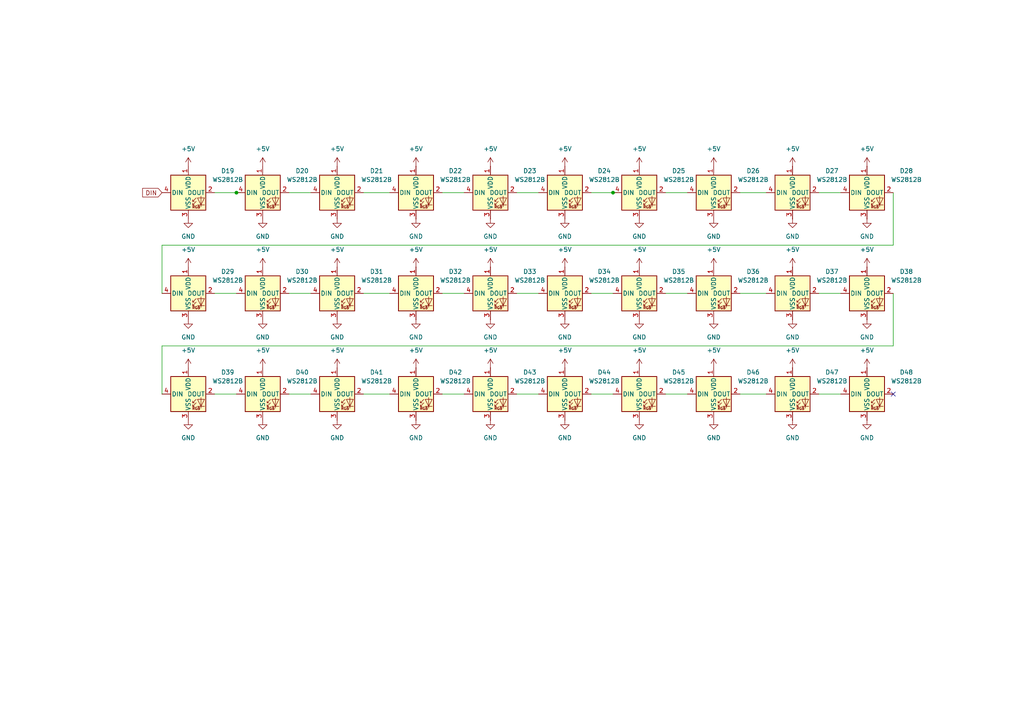
<source format=kicad_sch>
(kicad_sch
	(version 20231120)
	(generator "eeschema")
	(generator_version "8.0")
	(uuid "31f06ecd-eb6d-4b98-9be9-d6c4cf23e244")
	(paper "A4")
	(lib_symbols
		(symbol "LED:WS2812B"
			(pin_names
				(offset 0.254)
			)
			(exclude_from_sim no)
			(in_bom yes)
			(on_board yes)
			(property "Reference" "D"
				(at 5.08 5.715 0)
				(effects
					(font
						(size 1.27 1.27)
					)
					(justify right bottom)
				)
			)
			(property "Value" "WS2812B"
				(at 1.27 -5.715 0)
				(effects
					(font
						(size 1.27 1.27)
					)
					(justify left top)
				)
			)
			(property "Footprint" "LED_SMD:LED_WS2812B_PLCC4_5.0x5.0mm_P3.2mm"
				(at 1.27 -7.62 0)
				(effects
					(font
						(size 1.27 1.27)
					)
					(justify left top)
					(hide yes)
				)
			)
			(property "Datasheet" "https://cdn-shop.adafruit.com/datasheets/WS2812B.pdf"
				(at 2.54 -9.525 0)
				(effects
					(font
						(size 1.27 1.27)
					)
					(justify left top)
					(hide yes)
				)
			)
			(property "Description" "RGB LED with integrated controller"
				(at 0 0 0)
				(effects
					(font
						(size 1.27 1.27)
					)
					(hide yes)
				)
			)
			(property "ki_keywords" "RGB LED NeoPixel addressable"
				(at 0 0 0)
				(effects
					(font
						(size 1.27 1.27)
					)
					(hide yes)
				)
			)
			(property "ki_fp_filters" "LED*WS2812*PLCC*5.0x5.0mm*P3.2mm*"
				(at 0 0 0)
				(effects
					(font
						(size 1.27 1.27)
					)
					(hide yes)
				)
			)
			(symbol "WS2812B_0_0"
				(text "RGB"
					(at 2.286 -4.191 0)
					(effects
						(font
							(size 0.762 0.762)
						)
					)
				)
			)
			(symbol "WS2812B_0_1"
				(polyline
					(pts
						(xy 1.27 -3.556) (xy 1.778 -3.556)
					)
					(stroke
						(width 0)
						(type default)
					)
					(fill
						(type none)
					)
				)
				(polyline
					(pts
						(xy 1.27 -2.54) (xy 1.778 -2.54)
					)
					(stroke
						(width 0)
						(type default)
					)
					(fill
						(type none)
					)
				)
				(polyline
					(pts
						(xy 4.699 -3.556) (xy 2.667 -3.556)
					)
					(stroke
						(width 0)
						(type default)
					)
					(fill
						(type none)
					)
				)
				(polyline
					(pts
						(xy 2.286 -2.54) (xy 1.27 -3.556) (xy 1.27 -3.048)
					)
					(stroke
						(width 0)
						(type default)
					)
					(fill
						(type none)
					)
				)
				(polyline
					(pts
						(xy 2.286 -1.524) (xy 1.27 -2.54) (xy 1.27 -2.032)
					)
					(stroke
						(width 0)
						(type default)
					)
					(fill
						(type none)
					)
				)
				(polyline
					(pts
						(xy 3.683 -1.016) (xy 3.683 -3.556) (xy 3.683 -4.064)
					)
					(stroke
						(width 0)
						(type default)
					)
					(fill
						(type none)
					)
				)
				(polyline
					(pts
						(xy 4.699 -1.524) (xy 2.667 -1.524) (xy 3.683 -3.556) (xy 4.699 -1.524)
					)
					(stroke
						(width 0)
						(type default)
					)
					(fill
						(type none)
					)
				)
				(rectangle
					(start 5.08 5.08)
					(end -5.08 -5.08)
					(stroke
						(width 0.254)
						(type default)
					)
					(fill
						(type background)
					)
				)
			)
			(symbol "WS2812B_1_1"
				(pin power_in line
					(at 0 7.62 270)
					(length 2.54)
					(name "VDD"
						(effects
							(font
								(size 1.27 1.27)
							)
						)
					)
					(number "1"
						(effects
							(font
								(size 1.27 1.27)
							)
						)
					)
				)
				(pin output line
					(at 7.62 0 180)
					(length 2.54)
					(name "DOUT"
						(effects
							(font
								(size 1.27 1.27)
							)
						)
					)
					(number "2"
						(effects
							(font
								(size 1.27 1.27)
							)
						)
					)
				)
				(pin power_in line
					(at 0 -7.62 90)
					(length 2.54)
					(name "VSS"
						(effects
							(font
								(size 1.27 1.27)
							)
						)
					)
					(number "3"
						(effects
							(font
								(size 1.27 1.27)
							)
						)
					)
				)
				(pin input line
					(at -7.62 0 0)
					(length 2.54)
					(name "DIN"
						(effects
							(font
								(size 1.27 1.27)
							)
						)
					)
					(number "4"
						(effects
							(font
								(size 1.27 1.27)
							)
						)
					)
				)
			)
		)
		(symbol "power:+5V"
			(power)
			(pin_numbers hide)
			(pin_names
				(offset 0) hide)
			(exclude_from_sim no)
			(in_bom yes)
			(on_board yes)
			(property "Reference" "#PWR"
				(at 0 -3.81 0)
				(effects
					(font
						(size 1.27 1.27)
					)
					(hide yes)
				)
			)
			(property "Value" "+5V"
				(at 0 3.556 0)
				(effects
					(font
						(size 1.27 1.27)
					)
				)
			)
			(property "Footprint" ""
				(at 0 0 0)
				(effects
					(font
						(size 1.27 1.27)
					)
					(hide yes)
				)
			)
			(property "Datasheet" ""
				(at 0 0 0)
				(effects
					(font
						(size 1.27 1.27)
					)
					(hide yes)
				)
			)
			(property "Description" "Power symbol creates a global label with name \"+5V\""
				(at 0 0 0)
				(effects
					(font
						(size 1.27 1.27)
					)
					(hide yes)
				)
			)
			(property "ki_keywords" "global power"
				(at 0 0 0)
				(effects
					(font
						(size 1.27 1.27)
					)
					(hide yes)
				)
			)
			(symbol "+5V_0_1"
				(polyline
					(pts
						(xy -0.762 1.27) (xy 0 2.54)
					)
					(stroke
						(width 0)
						(type default)
					)
					(fill
						(type none)
					)
				)
				(polyline
					(pts
						(xy 0 0) (xy 0 2.54)
					)
					(stroke
						(width 0)
						(type default)
					)
					(fill
						(type none)
					)
				)
				(polyline
					(pts
						(xy 0 2.54) (xy 0.762 1.27)
					)
					(stroke
						(width 0)
						(type default)
					)
					(fill
						(type none)
					)
				)
			)
			(symbol "+5V_1_1"
				(pin power_in line
					(at 0 0 90)
					(length 0)
					(name "~"
						(effects
							(font
								(size 1.27 1.27)
							)
						)
					)
					(number "1"
						(effects
							(font
								(size 1.27 1.27)
							)
						)
					)
				)
			)
		)
		(symbol "power:GND"
			(power)
			(pin_numbers hide)
			(pin_names
				(offset 0) hide)
			(exclude_from_sim no)
			(in_bom yes)
			(on_board yes)
			(property "Reference" "#PWR"
				(at 0 -6.35 0)
				(effects
					(font
						(size 1.27 1.27)
					)
					(hide yes)
				)
			)
			(property "Value" "GND"
				(at 0 -3.81 0)
				(effects
					(font
						(size 1.27 1.27)
					)
				)
			)
			(property "Footprint" ""
				(at 0 0 0)
				(effects
					(font
						(size 1.27 1.27)
					)
					(hide yes)
				)
			)
			(property "Datasheet" ""
				(at 0 0 0)
				(effects
					(font
						(size 1.27 1.27)
					)
					(hide yes)
				)
			)
			(property "Description" "Power symbol creates a global label with name \"GND\" , ground"
				(at 0 0 0)
				(effects
					(font
						(size 1.27 1.27)
					)
					(hide yes)
				)
			)
			(property "ki_keywords" "global power"
				(at 0 0 0)
				(effects
					(font
						(size 1.27 1.27)
					)
					(hide yes)
				)
			)
			(symbol "GND_0_1"
				(polyline
					(pts
						(xy 0 0) (xy 0 -1.27) (xy 1.27 -1.27) (xy 0 -2.54) (xy -1.27 -1.27) (xy 0 -1.27)
					)
					(stroke
						(width 0)
						(type default)
					)
					(fill
						(type none)
					)
				)
			)
			(symbol "GND_1_1"
				(pin power_in line
					(at 0 0 270)
					(length 0)
					(name "~"
						(effects
							(font
								(size 1.27 1.27)
							)
						)
					)
					(number "1"
						(effects
							(font
								(size 1.27 1.27)
							)
						)
					)
				)
			)
		)
	)
	(junction
		(at 68.58 55.88)
		(diameter 0)
		(color 0 0 0 0)
		(uuid "bad6db7b-8946-4f4a-923d-1ae8e38b8a30")
	)
	(junction
		(at 177.8 55.88)
		(diameter 0)
		(color 0 0 0 0)
		(uuid "df36c057-c319-4c4b-b07b-c7c9b7f5efc5")
	)
	(no_connect
		(at 259.08 114.3)
		(uuid "9be1f9ad-54cd-4383-a71a-5a79feda1b6d")
	)
	(wire
		(pts
			(xy 46.99 100.33) (xy 259.08 100.33)
		)
		(stroke
			(width 0)
			(type default)
		)
		(uuid "03d5186a-4d3c-4ec0-87de-192e6bd5a15f")
	)
	(wire
		(pts
			(xy 62.23 55.88) (xy 68.58 55.88)
		)
		(stroke
			(width 0)
			(type default)
		)
		(uuid "18f8806a-5b2b-4dc2-b212-27d5af8f4d1a")
	)
	(wire
		(pts
			(xy 149.86 114.3) (xy 156.21 114.3)
		)
		(stroke
			(width 0)
			(type default)
		)
		(uuid "2d35f302-d8ee-427c-a232-8cc7217a2782")
	)
	(wire
		(pts
			(xy 83.82 114.3) (xy 90.17 114.3)
		)
		(stroke
			(width 0)
			(type default)
		)
		(uuid "2eaff388-dc14-4000-8fc2-d80a21d34f28")
	)
	(wire
		(pts
			(xy 128.27 55.88) (xy 134.62 55.88)
		)
		(stroke
			(width 0)
			(type default)
		)
		(uuid "345d57cd-b196-492c-99bf-d0d6b0984c6a")
	)
	(wire
		(pts
			(xy 68.58 55.88) (xy 69.85 55.88)
		)
		(stroke
			(width 0)
			(type default)
		)
		(uuid "34ed2228-14ed-4a26-96c0-36174a1cfdd5")
	)
	(wire
		(pts
			(xy 171.45 85.09) (xy 177.8 85.09)
		)
		(stroke
			(width 0)
			(type default)
		)
		(uuid "40d3b7cb-4d11-4d3e-986e-991fc0b95207")
	)
	(wire
		(pts
			(xy 237.49 85.09) (xy 243.84 85.09)
		)
		(stroke
			(width 0)
			(type default)
		)
		(uuid "4619dd2a-b8fd-49ec-ab1a-db9cd17f738b")
	)
	(wire
		(pts
			(xy 177.8 55.88) (xy 179.07 55.88)
		)
		(stroke
			(width 0)
			(type default)
		)
		(uuid "5653f9b6-d104-482d-bc68-8a7487aeaf56")
	)
	(wire
		(pts
			(xy 46.99 71.12) (xy 46.99 85.09)
		)
		(stroke
			(width 0)
			(type default)
		)
		(uuid "58c9b77b-cd90-483b-b795-c2364a21a2d4")
	)
	(wire
		(pts
			(xy 193.04 85.09) (xy 199.39 85.09)
		)
		(stroke
			(width 0)
			(type default)
		)
		(uuid "642160da-af41-4ce4-867b-071cd3d62a3d")
	)
	(wire
		(pts
			(xy 149.86 85.09) (xy 156.21 85.09)
		)
		(stroke
			(width 0)
			(type default)
		)
		(uuid "690274eb-f3f7-4781-90b4-18a4b95bb62d")
	)
	(wire
		(pts
			(xy 237.49 114.3) (xy 243.84 114.3)
		)
		(stroke
			(width 0)
			(type default)
		)
		(uuid "7f007dcf-8e17-4f46-8ee8-532236a0b50f")
	)
	(wire
		(pts
			(xy 193.04 55.88) (xy 199.39 55.88)
		)
		(stroke
			(width 0)
			(type default)
		)
		(uuid "850c8548-45ad-4280-8b85-6186356661c3")
	)
	(wire
		(pts
			(xy 259.08 55.88) (xy 259.08 71.12)
		)
		(stroke
			(width 0)
			(type default)
		)
		(uuid "8c9a6369-6ab9-4966-8642-4e5dbaf5f034")
	)
	(wire
		(pts
			(xy 193.04 114.3) (xy 199.39 114.3)
		)
		(stroke
			(width 0)
			(type default)
		)
		(uuid "8d63337a-2841-497a-8d1d-1dd4608c52cd")
	)
	(wire
		(pts
			(xy 128.27 114.3) (xy 134.62 114.3)
		)
		(stroke
			(width 0)
			(type default)
		)
		(uuid "9d33d72c-f703-49c3-8e71-a1d3a0783756")
	)
	(wire
		(pts
			(xy 171.45 114.3) (xy 177.8 114.3)
		)
		(stroke
			(width 0)
			(type default)
		)
		(uuid "9d85f4bf-af66-4f67-ade4-91ad28cc8d0f")
	)
	(wire
		(pts
			(xy 259.08 85.09) (xy 259.08 100.33)
		)
		(stroke
			(width 0)
			(type default)
		)
		(uuid "aa4bde2e-9031-4879-a88f-d84335c1dc34")
	)
	(wire
		(pts
			(xy 171.45 55.88) (xy 177.8 55.88)
		)
		(stroke
			(width 0)
			(type default)
		)
		(uuid "ab52fe09-6fee-4ef3-b091-d85083de67f2")
	)
	(wire
		(pts
			(xy 46.99 71.12) (xy 259.08 71.12)
		)
		(stroke
			(width 0)
			(type default)
		)
		(uuid "ad52bcaf-4c59-470b-9e52-3479b7d66311")
	)
	(wire
		(pts
			(xy 214.63 114.3) (xy 222.25 114.3)
		)
		(stroke
			(width 0)
			(type default)
		)
		(uuid "b1c73fdd-b9b4-4cae-bd0d-277a8d5749f8")
	)
	(wire
		(pts
			(xy 83.82 85.09) (xy 90.17 85.09)
		)
		(stroke
			(width 0)
			(type default)
		)
		(uuid "b61ee950-7da8-4ae0-a26c-f29accab3ba2")
	)
	(wire
		(pts
			(xy 237.49 55.88) (xy 243.84 55.88)
		)
		(stroke
			(width 0)
			(type default)
		)
		(uuid "b699ceeb-bf9c-48f2-a5df-d57688e6c003")
	)
	(wire
		(pts
			(xy 105.41 114.3) (xy 113.03 114.3)
		)
		(stroke
			(width 0)
			(type default)
		)
		(uuid "b7a85849-dd36-4a27-a759-230be0c85592")
	)
	(wire
		(pts
			(xy 62.23 85.09) (xy 68.58 85.09)
		)
		(stroke
			(width 0)
			(type default)
		)
		(uuid "cdfeeea6-a118-4edf-b184-da09db11a937")
	)
	(wire
		(pts
			(xy 46.99 100.33) (xy 46.99 114.3)
		)
		(stroke
			(width 0)
			(type default)
		)
		(uuid "da138275-59f8-4666-80c3-0d77d41568f4")
	)
	(wire
		(pts
			(xy 149.86 55.88) (xy 156.21 55.88)
		)
		(stroke
			(width 0)
			(type default)
		)
		(uuid "de5f8535-44c3-4312-86e3-01e3eaa80a99")
	)
	(wire
		(pts
			(xy 62.23 114.3) (xy 68.58 114.3)
		)
		(stroke
			(width 0)
			(type default)
		)
		(uuid "df0435e2-2365-4df3-8d9e-c68d15db15cc")
	)
	(wire
		(pts
			(xy 128.27 85.09) (xy 134.62 85.09)
		)
		(stroke
			(width 0)
			(type default)
		)
		(uuid "df3e84ca-f5cc-42e2-bbac-c65e124dc8ea")
	)
	(wire
		(pts
			(xy 105.41 85.09) (xy 113.03 85.09)
		)
		(stroke
			(width 0)
			(type default)
		)
		(uuid "e259fb96-c09e-4551-90a8-a766d55cd6a4")
	)
	(wire
		(pts
			(xy 105.41 55.88) (xy 113.03 55.88)
		)
		(stroke
			(width 0)
			(type default)
		)
		(uuid "eb1bb979-8f09-4b36-a586-a70fef263a1c")
	)
	(wire
		(pts
			(xy 83.82 55.88) (xy 90.17 55.88)
		)
		(stroke
			(width 0)
			(type default)
		)
		(uuid "f133891e-690a-43b5-82e7-3e95f1b0a27a")
	)
	(wire
		(pts
			(xy 214.63 55.88) (xy 222.25 55.88)
		)
		(stroke
			(width 0)
			(type default)
		)
		(uuid "f54339d3-1124-4761-9f91-fd6d54a1aee8")
	)
	(wire
		(pts
			(xy 214.63 85.09) (xy 222.25 85.09)
		)
		(stroke
			(width 0)
			(type default)
		)
		(uuid "fd194fea-b774-40b5-8333-b32c253bdabe")
	)
	(global_label "DIN"
		(shape input)
		(at 46.99 55.88 180)
		(fields_autoplaced yes)
		(effects
			(font
				(size 1.27 1.27)
			)
			(justify right)
		)
		(uuid "080d008e-bf57-4842-b8d3-dbd12e62a928")
		(property "Intersheetrefs" "${INTERSHEET_REFS}"
			(at 40.7995 55.88 0)
			(effects
				(font
					(size 1.27 1.27)
				)
				(justify right)
				(hide yes)
			)
		)
	)
	(symbol
		(lib_id "power:+5V")
		(at 163.83 77.47 0)
		(unit 1)
		(exclude_from_sim no)
		(in_bom yes)
		(on_board yes)
		(dnp no)
		(fields_autoplaced yes)
		(uuid "006cab1e-253f-4afb-82aa-1808e4b83492")
		(property "Reference" "#PWR033"
			(at 163.83 81.28 0)
			(effects
				(font
					(size 1.27 1.27)
				)
				(hide yes)
			)
		)
		(property "Value" "+5V"
			(at 163.83 72.39 0)
			(effects
				(font
					(size 1.27 1.27)
				)
			)
		)
		(property "Footprint" ""
			(at 163.83 77.47 0)
			(effects
				(font
					(size 1.27 1.27)
				)
				(hide yes)
			)
		)
		(property "Datasheet" ""
			(at 163.83 77.47 0)
			(effects
				(font
					(size 1.27 1.27)
				)
				(hide yes)
			)
		)
		(property "Description" "Power symbol creates a global label with name \"+5V\""
			(at 163.83 77.47 0)
			(effects
				(font
					(size 1.27 1.27)
				)
				(hide yes)
			)
		)
		(pin "1"
			(uuid "33365f19-d43d-4eca-a6c5-28576324efa6")
		)
		(instances
			(project "Num_Pad"
				(path "/3a1e7dd3-cbe0-4dad-bde7-d3b04a4fc1a5/74e0f0c7-4f0a-4dea-89b9-929f23fe4a31"
					(reference "#PWR033")
					(unit 1)
				)
			)
		)
	)
	(symbol
		(lib_id "power:+5V")
		(at 251.46 106.68 0)
		(unit 1)
		(exclude_from_sim no)
		(in_bom yes)
		(on_board yes)
		(dnp no)
		(fields_autoplaced yes)
		(uuid "00fe0c7f-e4ce-4636-b119-b6c269f21685")
		(property "Reference" "#PWR047"
			(at 251.46 110.49 0)
			(effects
				(font
					(size 1.27 1.27)
				)
				(hide yes)
			)
		)
		(property "Value" "+5V"
			(at 251.46 101.6 0)
			(effects
				(font
					(size 1.27 1.27)
				)
			)
		)
		(property "Footprint" ""
			(at 251.46 106.68 0)
			(effects
				(font
					(size 1.27 1.27)
				)
				(hide yes)
			)
		)
		(property "Datasheet" ""
			(at 251.46 106.68 0)
			(effects
				(font
					(size 1.27 1.27)
				)
				(hide yes)
			)
		)
		(property "Description" "Power symbol creates a global label with name \"+5V\""
			(at 251.46 106.68 0)
			(effects
				(font
					(size 1.27 1.27)
				)
				(hide yes)
			)
		)
		(pin "1"
			(uuid "b5d04232-5bc9-4d35-9a82-c555cbcef46e")
		)
		(instances
			(project "Num_Pad"
				(path "/3a1e7dd3-cbe0-4dad-bde7-d3b04a4fc1a5/74e0f0c7-4f0a-4dea-89b9-929f23fe4a31"
					(reference "#PWR047")
					(unit 1)
				)
			)
		)
	)
	(symbol
		(lib_id "LED:WS2812B")
		(at 185.42 55.88 0)
		(unit 1)
		(exclude_from_sim no)
		(in_bom yes)
		(on_board yes)
		(dnp no)
		(fields_autoplaced yes)
		(uuid "042848c8-c9f2-410f-94dc-22d71cc46e7f")
		(property "Reference" "D25"
			(at 196.85 49.5614 0)
			(effects
				(font
					(size 1.27 1.27)
				)
			)
		)
		(property "Value" "WS2812B"
			(at 196.85 52.1014 0)
			(effects
				(font
					(size 1.27 1.27)
				)
			)
		)
		(property "Footprint" "ScottoKeebs_Components:LED_SK6812MINI"
			(at 186.69 63.5 0)
			(effects
				(font
					(size 1.27 1.27)
				)
				(justify left top)
				(hide yes)
			)
		)
		(property "Datasheet" "https://cdn-shop.adafruit.com/datasheets/WS2812B.pdf"
			(at 187.96 65.405 0)
			(effects
				(font
					(size 1.27 1.27)
				)
				(justify left top)
				(hide yes)
			)
		)
		(property "Description" "RGB LED with integrated controller"
			(at 185.42 55.88 0)
			(effects
				(font
					(size 1.27 1.27)
				)
				(hide yes)
			)
		)
		(pin "4"
			(uuid "134bdc8b-900e-473b-8342-0521a2598ffb")
		)
		(pin "2"
			(uuid "9168be69-c834-45b1-ad20-16d0e5249bd9")
		)
		(pin "1"
			(uuid "6fad6e53-16d2-40df-ad3f-bb22bc2aaddf")
		)
		(pin "3"
			(uuid "05f67b16-60df-403d-b400-33bfdabe80d7")
		)
		(instances
			(project "Num_Pad"
				(path "/3a1e7dd3-cbe0-4dad-bde7-d3b04a4fc1a5/74e0f0c7-4f0a-4dea-89b9-929f23fe4a31"
					(reference "D25")
					(unit 1)
				)
			)
		)
	)
	(symbol
		(lib_id "power:+5V")
		(at 120.65 106.68 0)
		(unit 1)
		(exclude_from_sim no)
		(in_bom yes)
		(on_board yes)
		(dnp no)
		(fields_autoplaced yes)
		(uuid "09ea59ee-ca33-4963-933d-77ecb703f866")
		(property "Reference" "#PWR041"
			(at 120.65 110.49 0)
			(effects
				(font
					(size 1.27 1.27)
				)
				(hide yes)
			)
		)
		(property "Value" "+5V"
			(at 120.65 101.6 0)
			(effects
				(font
					(size 1.27 1.27)
				)
			)
		)
		(property "Footprint" ""
			(at 120.65 106.68 0)
			(effects
				(font
					(size 1.27 1.27)
				)
				(hide yes)
			)
		)
		(property "Datasheet" ""
			(at 120.65 106.68 0)
			(effects
				(font
					(size 1.27 1.27)
				)
				(hide yes)
			)
		)
		(property "Description" "Power symbol creates a global label with name \"+5V\""
			(at 120.65 106.68 0)
			(effects
				(font
					(size 1.27 1.27)
				)
				(hide yes)
			)
		)
		(pin "1"
			(uuid "c1aa4771-ff5b-44a7-bfaa-13416abfd111")
		)
		(instances
			(project "Num_Pad"
				(path "/3a1e7dd3-cbe0-4dad-bde7-d3b04a4fc1a5/74e0f0c7-4f0a-4dea-89b9-929f23fe4a31"
					(reference "#PWR041")
					(unit 1)
				)
			)
		)
	)
	(symbol
		(lib_id "power:+5V")
		(at 142.24 48.26 0)
		(unit 1)
		(exclude_from_sim no)
		(in_bom yes)
		(on_board yes)
		(dnp no)
		(fields_autoplaced yes)
		(uuid "0f9b4664-9b86-4d9c-a8d0-a53da52dc541")
		(property "Reference" "#PWR022"
			(at 142.24 52.07 0)
			(effects
				(font
					(size 1.27 1.27)
				)
				(hide yes)
			)
		)
		(property "Value" "+5V"
			(at 142.24 43.18 0)
			(effects
				(font
					(size 1.27 1.27)
				)
			)
		)
		(property "Footprint" ""
			(at 142.24 48.26 0)
			(effects
				(font
					(size 1.27 1.27)
				)
				(hide yes)
			)
		)
		(property "Datasheet" ""
			(at 142.24 48.26 0)
			(effects
				(font
					(size 1.27 1.27)
				)
				(hide yes)
			)
		)
		(property "Description" "Power symbol creates a global label with name \"+5V\""
			(at 142.24 48.26 0)
			(effects
				(font
					(size 1.27 1.27)
				)
				(hide yes)
			)
		)
		(pin "1"
			(uuid "349e3332-0c90-49b1-b1c7-29df03043380")
		)
		(instances
			(project "Num_Pad"
				(path "/3a1e7dd3-cbe0-4dad-bde7-d3b04a4fc1a5/74e0f0c7-4f0a-4dea-89b9-929f23fe4a31"
					(reference "#PWR022")
					(unit 1)
				)
			)
		)
	)
	(symbol
		(lib_id "power:+5V")
		(at 163.83 48.26 0)
		(unit 1)
		(exclude_from_sim no)
		(in_bom yes)
		(on_board yes)
		(dnp no)
		(fields_autoplaced yes)
		(uuid "10b18a78-381e-49e1-9eef-a7874f705e3e")
		(property "Reference" "#PWR023"
			(at 163.83 52.07 0)
			(effects
				(font
					(size 1.27 1.27)
				)
				(hide yes)
			)
		)
		(property "Value" "+5V"
			(at 163.83 43.18 0)
			(effects
				(font
					(size 1.27 1.27)
				)
			)
		)
		(property "Footprint" ""
			(at 163.83 48.26 0)
			(effects
				(font
					(size 1.27 1.27)
				)
				(hide yes)
			)
		)
		(property "Datasheet" ""
			(at 163.83 48.26 0)
			(effects
				(font
					(size 1.27 1.27)
				)
				(hide yes)
			)
		)
		(property "Description" "Power symbol creates a global label with name \"+5V\""
			(at 163.83 48.26 0)
			(effects
				(font
					(size 1.27 1.27)
				)
				(hide yes)
			)
		)
		(pin "1"
			(uuid "3da889cb-5cb0-436f-969e-9803d960b15b")
		)
		(instances
			(project "Num_Pad"
				(path "/3a1e7dd3-cbe0-4dad-bde7-d3b04a4fc1a5/74e0f0c7-4f0a-4dea-89b9-929f23fe4a31"
					(reference "#PWR023")
					(unit 1)
				)
			)
		)
	)
	(symbol
		(lib_id "LED:WS2812B")
		(at 54.61 55.88 0)
		(unit 1)
		(exclude_from_sim no)
		(in_bom yes)
		(on_board yes)
		(dnp no)
		(fields_autoplaced yes)
		(uuid "10eb2011-64b0-4360-a334-f508a07cab21")
		(property "Reference" "D19"
			(at 66.04 49.5614 0)
			(effects
				(font
					(size 1.27 1.27)
				)
			)
		)
		(property "Value" "WS2812B"
			(at 66.04 52.1014 0)
			(effects
				(font
					(size 1.27 1.27)
				)
			)
		)
		(property "Footprint" "ScottoKeebs_Components:LED_SK6812MINI"
			(at 55.88 63.5 0)
			(effects
				(font
					(size 1.27 1.27)
				)
				(justify left top)
				(hide yes)
			)
		)
		(property "Datasheet" "https://cdn-shop.adafruit.com/datasheets/WS2812B.pdf"
			(at 57.15 65.405 0)
			(effects
				(font
					(size 1.27 1.27)
				)
				(justify left top)
				(hide yes)
			)
		)
		(property "Description" "RGB LED with integrated controller"
			(at 54.61 55.88 0)
			(effects
				(font
					(size 1.27 1.27)
				)
				(hide yes)
			)
		)
		(pin "4"
			(uuid "9c0a38e3-8991-498d-8253-8ebe75149917")
		)
		(pin "2"
			(uuid "aeb42282-69d3-4ad2-8a62-4192a6729d58")
		)
		(pin "1"
			(uuid "21612988-9b56-4a21-bd48-ee6447c5ab9a")
		)
		(pin "3"
			(uuid "a4df6942-ef58-43d4-a195-176186bbbb29")
		)
		(instances
			(project "Num_Pad"
				(path "/3a1e7dd3-cbe0-4dad-bde7-d3b04a4fc1a5/74e0f0c7-4f0a-4dea-89b9-929f23fe4a31"
					(reference "D19")
					(unit 1)
				)
			)
		)
	)
	(symbol
		(lib_id "power:+5V")
		(at 97.79 77.47 0)
		(unit 1)
		(exclude_from_sim no)
		(in_bom yes)
		(on_board yes)
		(dnp no)
		(fields_autoplaced yes)
		(uuid "16d68cc5-4b4c-40cb-9904-8c10e593fd80")
		(property "Reference" "#PWR030"
			(at 97.79 81.28 0)
			(effects
				(font
					(size 1.27 1.27)
				)
				(hide yes)
			)
		)
		(property "Value" "+5V"
			(at 97.79 72.39 0)
			(effects
				(font
					(size 1.27 1.27)
				)
			)
		)
		(property "Footprint" ""
			(at 97.79 77.47 0)
			(effects
				(font
					(size 1.27 1.27)
				)
				(hide yes)
			)
		)
		(property "Datasheet" ""
			(at 97.79 77.47 0)
			(effects
				(font
					(size 1.27 1.27)
				)
				(hide yes)
			)
		)
		(property "Description" "Power symbol creates a global label with name \"+5V\""
			(at 97.79 77.47 0)
			(effects
				(font
					(size 1.27 1.27)
				)
				(hide yes)
			)
		)
		(pin "1"
			(uuid "3c3cb3c0-06ef-4222-b3da-fd428a44f02f")
		)
		(instances
			(project "Num_Pad"
				(path "/3a1e7dd3-cbe0-4dad-bde7-d3b04a4fc1a5/74e0f0c7-4f0a-4dea-89b9-929f23fe4a31"
					(reference "#PWR030")
					(unit 1)
				)
			)
		)
	)
	(symbol
		(lib_id "power:GND")
		(at 207.01 121.92 0)
		(unit 1)
		(exclude_from_sim no)
		(in_bom yes)
		(on_board yes)
		(dnp no)
		(fields_autoplaced yes)
		(uuid "16fd53bb-1d70-42ae-9a97-e15dcef23c92")
		(property "Reference" "#PWR075"
			(at 207.01 128.27 0)
			(effects
				(font
					(size 1.27 1.27)
				)
				(hide yes)
			)
		)
		(property "Value" "GND"
			(at 207.01 127 0)
			(effects
				(font
					(size 1.27 1.27)
				)
			)
		)
		(property "Footprint" ""
			(at 207.01 121.92 0)
			(effects
				(font
					(size 1.27 1.27)
				)
				(hide yes)
			)
		)
		(property "Datasheet" ""
			(at 207.01 121.92 0)
			(effects
				(font
					(size 1.27 1.27)
				)
				(hide yes)
			)
		)
		(property "Description" "Power symbol creates a global label with name \"GND\" , ground"
			(at 207.01 121.92 0)
			(effects
				(font
					(size 1.27 1.27)
				)
				(hide yes)
			)
		)
		(pin "1"
			(uuid "c4567a6e-6c67-4a58-b48e-1a80ef77abf9")
		)
		(instances
			(project "Num_Pad"
				(path "/3a1e7dd3-cbe0-4dad-bde7-d3b04a4fc1a5/74e0f0c7-4f0a-4dea-89b9-929f23fe4a31"
					(reference "#PWR075")
					(unit 1)
				)
			)
		)
	)
	(symbol
		(lib_id "power:+5V")
		(at 54.61 48.26 0)
		(unit 1)
		(exclude_from_sim no)
		(in_bom yes)
		(on_board yes)
		(dnp no)
		(fields_autoplaced yes)
		(uuid "18d7d390-1f7f-42ad-acc3-a6d07afbb4bb")
		(property "Reference" "#PWR018"
			(at 54.61 52.07 0)
			(effects
				(font
					(size 1.27 1.27)
				)
				(hide yes)
			)
		)
		(property "Value" "+5V"
			(at 54.61 43.18 0)
			(effects
				(font
					(size 1.27 1.27)
				)
			)
		)
		(property "Footprint" ""
			(at 54.61 48.26 0)
			(effects
				(font
					(size 1.27 1.27)
				)
				(hide yes)
			)
		)
		(property "Datasheet" ""
			(at 54.61 48.26 0)
			(effects
				(font
					(size 1.27 1.27)
				)
				(hide yes)
			)
		)
		(property "Description" "Power symbol creates a global label with name \"+5V\""
			(at 54.61 48.26 0)
			(effects
				(font
					(size 1.27 1.27)
				)
				(hide yes)
			)
		)
		(pin "1"
			(uuid "21178ac0-ad81-4daa-978d-d111ed8979d1")
		)
		(instances
			(project ""
				(path "/3a1e7dd3-cbe0-4dad-bde7-d3b04a4fc1a5/74e0f0c7-4f0a-4dea-89b9-929f23fe4a31"
					(reference "#PWR018")
					(unit 1)
				)
			)
		)
	)
	(symbol
		(lib_id "power:GND")
		(at 185.42 92.71 0)
		(unit 1)
		(exclude_from_sim no)
		(in_bom yes)
		(on_board yes)
		(dnp no)
		(fields_autoplaced yes)
		(uuid "1bdc8351-5746-4ae6-89c9-d9e485f5bf63")
		(property "Reference" "#PWR064"
			(at 185.42 99.06 0)
			(effects
				(font
					(size 1.27 1.27)
				)
				(hide yes)
			)
		)
		(property "Value" "GND"
			(at 185.42 97.79 0)
			(effects
				(font
					(size 1.27 1.27)
				)
			)
		)
		(property "Footprint" ""
			(at 185.42 92.71 0)
			(effects
				(font
					(size 1.27 1.27)
				)
				(hide yes)
			)
		)
		(property "Datasheet" ""
			(at 185.42 92.71 0)
			(effects
				(font
					(size 1.27 1.27)
				)
				(hide yes)
			)
		)
		(property "Description" "Power symbol creates a global label with name \"GND\" , ground"
			(at 185.42 92.71 0)
			(effects
				(font
					(size 1.27 1.27)
				)
				(hide yes)
			)
		)
		(pin "1"
			(uuid "2c3b0786-11f9-4ae7-842d-7231027a49ad")
		)
		(instances
			(project "Num_Pad"
				(path "/3a1e7dd3-cbe0-4dad-bde7-d3b04a4fc1a5/74e0f0c7-4f0a-4dea-89b9-929f23fe4a31"
					(reference "#PWR064")
					(unit 1)
				)
			)
		)
	)
	(symbol
		(lib_id "LED:WS2812B")
		(at 76.2 55.88 0)
		(unit 1)
		(exclude_from_sim no)
		(in_bom yes)
		(on_board yes)
		(dnp no)
		(fields_autoplaced yes)
		(uuid "28e53efd-a736-43d3-a562-4576240ffca3")
		(property "Reference" "D20"
			(at 87.63 49.5614 0)
			(effects
				(font
					(size 1.27 1.27)
				)
			)
		)
		(property "Value" "WS2812B"
			(at 87.63 52.1014 0)
			(effects
				(font
					(size 1.27 1.27)
				)
			)
		)
		(property "Footprint" "ScottoKeebs_Components:LED_SK6812MINI"
			(at 77.47 63.5 0)
			(effects
				(font
					(size 1.27 1.27)
				)
				(justify left top)
				(hide yes)
			)
		)
		(property "Datasheet" "https://cdn-shop.adafruit.com/datasheets/WS2812B.pdf"
			(at 78.74 65.405 0)
			(effects
				(font
					(size 1.27 1.27)
				)
				(justify left top)
				(hide yes)
			)
		)
		(property "Description" "RGB LED with integrated controller"
			(at 76.2 55.88 0)
			(effects
				(font
					(size 1.27 1.27)
				)
				(hide yes)
			)
		)
		(pin "4"
			(uuid "c3c56fed-f11d-4a06-8f52-b6dd7b2db3a0")
		)
		(pin "2"
			(uuid "8ea62cfa-eebb-4faa-b2ff-3f5de810dd4d")
		)
		(pin "1"
			(uuid "cabf2713-1c22-471b-8b19-824d5e9d2932")
		)
		(pin "3"
			(uuid "363921dd-a84e-4701-a0a2-8e361f346ef8")
		)
		(instances
			(project "Num_Pad"
				(path "/3a1e7dd3-cbe0-4dad-bde7-d3b04a4fc1a5/74e0f0c7-4f0a-4dea-89b9-929f23fe4a31"
					(reference "D20")
					(unit 1)
				)
			)
		)
	)
	(symbol
		(lib_id "power:GND")
		(at 76.2 92.71 0)
		(unit 1)
		(exclude_from_sim no)
		(in_bom yes)
		(on_board yes)
		(dnp no)
		(fields_autoplaced yes)
		(uuid "29d7c6e6-b4be-4acf-983d-a06594aa5e8e")
		(property "Reference" "#PWR059"
			(at 76.2 99.06 0)
			(effects
				(font
					(size 1.27 1.27)
				)
				(hide yes)
			)
		)
		(property "Value" "GND"
			(at 76.2 97.79 0)
			(effects
				(font
					(size 1.27 1.27)
				)
			)
		)
		(property "Footprint" ""
			(at 76.2 92.71 0)
			(effects
				(font
					(size 1.27 1.27)
				)
				(hide yes)
			)
		)
		(property "Datasheet" ""
			(at 76.2 92.71 0)
			(effects
				(font
					(size 1.27 1.27)
				)
				(hide yes)
			)
		)
		(property "Description" "Power symbol creates a global label with name \"GND\" , ground"
			(at 76.2 92.71 0)
			(effects
				(font
					(size 1.27 1.27)
				)
				(hide yes)
			)
		)
		(pin "1"
			(uuid "c3c69e54-970f-472c-a68c-32ca825c5a84")
		)
		(instances
			(project "Num_Pad"
				(path "/3a1e7dd3-cbe0-4dad-bde7-d3b04a4fc1a5/74e0f0c7-4f0a-4dea-89b9-929f23fe4a31"
					(reference "#PWR059")
					(unit 1)
				)
			)
		)
	)
	(symbol
		(lib_id "power:GND")
		(at 120.65 63.5 0)
		(unit 1)
		(exclude_from_sim no)
		(in_bom yes)
		(on_board yes)
		(dnp no)
		(fields_autoplaced yes)
		(uuid "348ac95c-afb7-402d-b71d-39a31d0d7376")
		(property "Reference" "#PWR051"
			(at 120.65 69.85 0)
			(effects
				(font
					(size 1.27 1.27)
				)
				(hide yes)
			)
		)
		(property "Value" "GND"
			(at 120.65 68.58 0)
			(effects
				(font
					(size 1.27 1.27)
				)
			)
		)
		(property "Footprint" ""
			(at 120.65 63.5 0)
			(effects
				(font
					(size 1.27 1.27)
				)
				(hide yes)
			)
		)
		(property "Datasheet" ""
			(at 120.65 63.5 0)
			(effects
				(font
					(size 1.27 1.27)
				)
				(hide yes)
			)
		)
		(property "Description" "Power symbol creates a global label with name \"GND\" , ground"
			(at 120.65 63.5 0)
			(effects
				(font
					(size 1.27 1.27)
				)
				(hide yes)
			)
		)
		(pin "1"
			(uuid "4cffd0e5-e3e6-4171-bba8-72ace43ca73d")
		)
		(instances
			(project "Num_Pad"
				(path "/3a1e7dd3-cbe0-4dad-bde7-d3b04a4fc1a5/74e0f0c7-4f0a-4dea-89b9-929f23fe4a31"
					(reference "#PWR051")
					(unit 1)
				)
			)
		)
	)
	(symbol
		(lib_id "power:GND")
		(at 120.65 121.92 0)
		(unit 1)
		(exclude_from_sim no)
		(in_bom yes)
		(on_board yes)
		(dnp no)
		(fields_autoplaced yes)
		(uuid "34b69d0a-bbe5-43e0-8aa7-add120165ba0")
		(property "Reference" "#PWR071"
			(at 120.65 128.27 0)
			(effects
				(font
					(size 1.27 1.27)
				)
				(hide yes)
			)
		)
		(property "Value" "GND"
			(at 120.65 127 0)
			(effects
				(font
					(size 1.27 1.27)
				)
			)
		)
		(property "Footprint" ""
			(at 120.65 121.92 0)
			(effects
				(font
					(size 1.27 1.27)
				)
				(hide yes)
			)
		)
		(property "Datasheet" ""
			(at 120.65 121.92 0)
			(effects
				(font
					(size 1.27 1.27)
				)
				(hide yes)
			)
		)
		(property "Description" "Power symbol creates a global label with name \"GND\" , ground"
			(at 120.65 121.92 0)
			(effects
				(font
					(size 1.27 1.27)
				)
				(hide yes)
			)
		)
		(pin "1"
			(uuid "2ce0845c-545d-4b91-a493-69323cafd6dd")
		)
		(instances
			(project "Num_Pad"
				(path "/3a1e7dd3-cbe0-4dad-bde7-d3b04a4fc1a5/74e0f0c7-4f0a-4dea-89b9-929f23fe4a31"
					(reference "#PWR071")
					(unit 1)
				)
			)
		)
	)
	(symbol
		(lib_id "power:GND")
		(at 163.83 92.71 0)
		(unit 1)
		(exclude_from_sim no)
		(in_bom yes)
		(on_board yes)
		(dnp no)
		(fields_autoplaced yes)
		(uuid "3610afed-4e0c-4a2a-a6de-91b8783bb775")
		(property "Reference" "#PWR063"
			(at 163.83 99.06 0)
			(effects
				(font
					(size 1.27 1.27)
				)
				(hide yes)
			)
		)
		(property "Value" "GND"
			(at 163.83 97.79 0)
			(effects
				(font
					(size 1.27 1.27)
				)
			)
		)
		(property "Footprint" ""
			(at 163.83 92.71 0)
			(effects
				(font
					(size 1.27 1.27)
				)
				(hide yes)
			)
		)
		(property "Datasheet" ""
			(at 163.83 92.71 0)
			(effects
				(font
					(size 1.27 1.27)
				)
				(hide yes)
			)
		)
		(property "Description" "Power symbol creates a global label with name \"GND\" , ground"
			(at 163.83 92.71 0)
			(effects
				(font
					(size 1.27 1.27)
				)
				(hide yes)
			)
		)
		(pin "1"
			(uuid "f2be2144-a078-4f61-ba12-0e5a092b063f")
		)
		(instances
			(project "Num_Pad"
				(path "/3a1e7dd3-cbe0-4dad-bde7-d3b04a4fc1a5/74e0f0c7-4f0a-4dea-89b9-929f23fe4a31"
					(reference "#PWR063")
					(unit 1)
				)
			)
		)
	)
	(symbol
		(lib_id "LED:WS2812B")
		(at 207.01 114.3 0)
		(unit 1)
		(exclude_from_sim no)
		(in_bom yes)
		(on_board yes)
		(dnp no)
		(fields_autoplaced yes)
		(uuid "37ca5880-9152-48ed-bf21-c01335d89eb7")
		(property "Reference" "D46"
			(at 218.44 107.9814 0)
			(effects
				(font
					(size 1.27 1.27)
				)
			)
		)
		(property "Value" "WS2812B"
			(at 218.44 110.5214 0)
			(effects
				(font
					(size 1.27 1.27)
				)
			)
		)
		(property "Footprint" "ScottoKeebs_Components:LED_SK6812MINI"
			(at 208.28 121.92 0)
			(effects
				(font
					(size 1.27 1.27)
				)
				(justify left top)
				(hide yes)
			)
		)
		(property "Datasheet" "https://cdn-shop.adafruit.com/datasheets/WS2812B.pdf"
			(at 209.55 123.825 0)
			(effects
				(font
					(size 1.27 1.27)
				)
				(justify left top)
				(hide yes)
			)
		)
		(property "Description" "RGB LED with integrated controller"
			(at 207.01 114.3 0)
			(effects
				(font
					(size 1.27 1.27)
				)
				(hide yes)
			)
		)
		(pin "4"
			(uuid "49765a89-ca3c-4eba-a319-ce851818c20a")
		)
		(pin "2"
			(uuid "80e6cba6-4a77-4c1e-b9aa-83a73115e96c")
		)
		(pin "1"
			(uuid "7bc4d1b3-711a-4be2-837f-53bdfef01a43")
		)
		(pin "3"
			(uuid "00a3518d-2a91-4f53-90f5-ab2231604eea")
		)
		(instances
			(project "Num_Pad"
				(path "/3a1e7dd3-cbe0-4dad-bde7-d3b04a4fc1a5/74e0f0c7-4f0a-4dea-89b9-929f23fe4a31"
					(reference "D46")
					(unit 1)
				)
			)
		)
	)
	(symbol
		(lib_id "LED:WS2812B")
		(at 97.79 114.3 0)
		(unit 1)
		(exclude_from_sim no)
		(in_bom yes)
		(on_board yes)
		(dnp no)
		(fields_autoplaced yes)
		(uuid "38f6ed8e-9630-4af3-ae37-ca8327eeec89")
		(property "Reference" "D41"
			(at 109.22 107.9814 0)
			(effects
				(font
					(size 1.27 1.27)
				)
			)
		)
		(property "Value" "WS2812B"
			(at 109.22 110.5214 0)
			(effects
				(font
					(size 1.27 1.27)
				)
			)
		)
		(property "Footprint" "ScottoKeebs_Components:LED_SK6812MINI"
			(at 99.06 121.92 0)
			(effects
				(font
					(size 1.27 1.27)
				)
				(justify left top)
				(hide yes)
			)
		)
		(property "Datasheet" "https://cdn-shop.adafruit.com/datasheets/WS2812B.pdf"
			(at 100.33 123.825 0)
			(effects
				(font
					(size 1.27 1.27)
				)
				(justify left top)
				(hide yes)
			)
		)
		(property "Description" "RGB LED with integrated controller"
			(at 97.79 114.3 0)
			(effects
				(font
					(size 1.27 1.27)
				)
				(hide yes)
			)
		)
		(pin "4"
			(uuid "e50dcdbb-94e1-4b86-9032-cdb715944f30")
		)
		(pin "2"
			(uuid "bf50db30-5c66-49a5-a036-485925dd867d")
		)
		(pin "1"
			(uuid "08946f92-716b-4da3-b91d-648f47495ee9")
		)
		(pin "3"
			(uuid "c485ddb6-d40d-4ee8-ba66-5a6ad184ea45")
		)
		(instances
			(project "Num_Pad"
				(path "/3a1e7dd3-cbe0-4dad-bde7-d3b04a4fc1a5/74e0f0c7-4f0a-4dea-89b9-929f23fe4a31"
					(reference "D41")
					(unit 1)
				)
			)
		)
	)
	(symbol
		(lib_id "power:GND")
		(at 185.42 121.92 0)
		(unit 1)
		(exclude_from_sim no)
		(in_bom yes)
		(on_board yes)
		(dnp no)
		(fields_autoplaced yes)
		(uuid "3a422a89-eb5c-41c0-baf4-1726a63fd31b")
		(property "Reference" "#PWR074"
			(at 185.42 128.27 0)
			(effects
				(font
					(size 1.27 1.27)
				)
				(hide yes)
			)
		)
		(property "Value" "GND"
			(at 185.42 127 0)
			(effects
				(font
					(size 1.27 1.27)
				)
			)
		)
		(property "Footprint" ""
			(at 185.42 121.92 0)
			(effects
				(font
					(size 1.27 1.27)
				)
				(hide yes)
			)
		)
		(property "Datasheet" ""
			(at 185.42 121.92 0)
			(effects
				(font
					(size 1.27 1.27)
				)
				(hide yes)
			)
		)
		(property "Description" "Power symbol creates a global label with name \"GND\" , ground"
			(at 185.42 121.92 0)
			(effects
				(font
					(size 1.27 1.27)
				)
				(hide yes)
			)
		)
		(pin "1"
			(uuid "987371b1-6007-4051-991c-28570a68d281")
		)
		(instances
			(project "Num_Pad"
				(path "/3a1e7dd3-cbe0-4dad-bde7-d3b04a4fc1a5/74e0f0c7-4f0a-4dea-89b9-929f23fe4a31"
					(reference "#PWR074")
					(unit 1)
				)
			)
		)
	)
	(symbol
		(lib_id "LED:WS2812B")
		(at 207.01 55.88 0)
		(unit 1)
		(exclude_from_sim no)
		(in_bom yes)
		(on_board yes)
		(dnp no)
		(fields_autoplaced yes)
		(uuid "3e2af889-ca05-4881-bf33-1dcf812fc41a")
		(property "Reference" "D26"
			(at 218.44 49.5614 0)
			(effects
				(font
					(size 1.27 1.27)
				)
			)
		)
		(property "Value" "WS2812B"
			(at 218.44 52.1014 0)
			(effects
				(font
					(size 1.27 1.27)
				)
			)
		)
		(property "Footprint" "ScottoKeebs_Components:LED_SK6812MINI"
			(at 208.28 63.5 0)
			(effects
				(font
					(size 1.27 1.27)
				)
				(justify left top)
				(hide yes)
			)
		)
		(property "Datasheet" "https://cdn-shop.adafruit.com/datasheets/WS2812B.pdf"
			(at 209.55 65.405 0)
			(effects
				(font
					(size 1.27 1.27)
				)
				(justify left top)
				(hide yes)
			)
		)
		(property "Description" "RGB LED with integrated controller"
			(at 207.01 55.88 0)
			(effects
				(font
					(size 1.27 1.27)
				)
				(hide yes)
			)
		)
		(pin "4"
			(uuid "65ac0c2d-7b36-48a5-a98a-cbf88f2d8e94")
		)
		(pin "2"
			(uuid "2736df2e-da88-4be1-b192-bb9b6531442b")
		)
		(pin "1"
			(uuid "70b2d12d-ccb9-4f5e-8b56-592e0a488ecf")
		)
		(pin "3"
			(uuid "87d5672c-be98-4efe-acf4-b313f3471684")
		)
		(instances
			(project "Num_Pad"
				(path "/3a1e7dd3-cbe0-4dad-bde7-d3b04a4fc1a5/74e0f0c7-4f0a-4dea-89b9-929f23fe4a31"
					(reference "D26")
					(unit 1)
				)
			)
		)
	)
	(symbol
		(lib_id "power:+5V")
		(at 142.24 77.47 0)
		(unit 1)
		(exclude_from_sim no)
		(in_bom yes)
		(on_board yes)
		(dnp no)
		(fields_autoplaced yes)
		(uuid "3e5f90a3-5bf9-4c4d-9b4b-98b0f39faeb6")
		(property "Reference" "#PWR032"
			(at 142.24 81.28 0)
			(effects
				(font
					(size 1.27 1.27)
				)
				(hide yes)
			)
		)
		(property "Value" "+5V"
			(at 142.24 72.39 0)
			(effects
				(font
					(size 1.27 1.27)
				)
			)
		)
		(property "Footprint" ""
			(at 142.24 77.47 0)
			(effects
				(font
					(size 1.27 1.27)
				)
				(hide yes)
			)
		)
		(property "Datasheet" ""
			(at 142.24 77.47 0)
			(effects
				(font
					(size 1.27 1.27)
				)
				(hide yes)
			)
		)
		(property "Description" "Power symbol creates a global label with name \"+5V\""
			(at 142.24 77.47 0)
			(effects
				(font
					(size 1.27 1.27)
				)
				(hide yes)
			)
		)
		(pin "1"
			(uuid "5cbccc90-c85c-4ebd-955f-c9415b127d3d")
		)
		(instances
			(project "Num_Pad"
				(path "/3a1e7dd3-cbe0-4dad-bde7-d3b04a4fc1a5/74e0f0c7-4f0a-4dea-89b9-929f23fe4a31"
					(reference "#PWR032")
					(unit 1)
				)
			)
		)
	)
	(symbol
		(lib_id "LED:WS2812B")
		(at 120.65 85.09 0)
		(unit 1)
		(exclude_from_sim no)
		(in_bom yes)
		(on_board yes)
		(dnp no)
		(fields_autoplaced yes)
		(uuid "460f311e-3f18-4d7f-9ebc-fb044fbee4a7")
		(property "Reference" "D32"
			(at 132.08 78.7714 0)
			(effects
				(font
					(size 1.27 1.27)
				)
			)
		)
		(property "Value" "WS2812B"
			(at 132.08 81.3114 0)
			(effects
				(font
					(size 1.27 1.27)
				)
			)
		)
		(property "Footprint" "ScottoKeebs_Components:LED_SK6812MINI"
			(at 121.92 92.71 0)
			(effects
				(font
					(size 1.27 1.27)
				)
				(justify left top)
				(hide yes)
			)
		)
		(property "Datasheet" "https://cdn-shop.adafruit.com/datasheets/WS2812B.pdf"
			(at 123.19 94.615 0)
			(effects
				(font
					(size 1.27 1.27)
				)
				(justify left top)
				(hide yes)
			)
		)
		(property "Description" "RGB LED with integrated controller"
			(at 120.65 85.09 0)
			(effects
				(font
					(size 1.27 1.27)
				)
				(hide yes)
			)
		)
		(pin "4"
			(uuid "6805be47-e3b9-4405-95cf-0ac0a36f9ee4")
		)
		(pin "2"
			(uuid "4022c8cb-61c3-4a67-bbf3-3a95629396cc")
		)
		(pin "1"
			(uuid "9db40603-d244-4f50-8642-b51cf8bd78a7")
		)
		(pin "3"
			(uuid "2f90e506-0b91-44cc-b4ab-4a24d4c3b0a6")
		)
		(instances
			(project "Num_Pad"
				(path "/3a1e7dd3-cbe0-4dad-bde7-d3b04a4fc1a5/74e0f0c7-4f0a-4dea-89b9-929f23fe4a31"
					(reference "D32")
					(unit 1)
				)
			)
		)
	)
	(symbol
		(lib_id "LED:WS2812B")
		(at 251.46 114.3 0)
		(unit 1)
		(exclude_from_sim no)
		(in_bom yes)
		(on_board yes)
		(dnp no)
		(fields_autoplaced yes)
		(uuid "46910998-a8b2-4502-a728-92ea29eefd18")
		(property "Reference" "D48"
			(at 262.89 107.9814 0)
			(effects
				(font
					(size 1.27 1.27)
				)
			)
		)
		(property "Value" "WS2812B"
			(at 262.89 110.5214 0)
			(effects
				(font
					(size 1.27 1.27)
				)
			)
		)
		(property "Footprint" "ScottoKeebs_Components:LED_SK6812MINI"
			(at 252.73 121.92 0)
			(effects
				(font
					(size 1.27 1.27)
				)
				(justify left top)
				(hide yes)
			)
		)
		(property "Datasheet" "https://cdn-shop.adafruit.com/datasheets/WS2812B.pdf"
			(at 254 123.825 0)
			(effects
				(font
					(size 1.27 1.27)
				)
				(justify left top)
				(hide yes)
			)
		)
		(property "Description" "RGB LED with integrated controller"
			(at 251.46 114.3 0)
			(effects
				(font
					(size 1.27 1.27)
				)
				(hide yes)
			)
		)
		(pin "4"
			(uuid "e2ca9b0e-22d5-4bcb-9dcd-992ce7b135d2")
		)
		(pin "2"
			(uuid "642dc62c-75de-45f4-837a-8d0f3c308806")
		)
		(pin "1"
			(uuid "acf3ff2f-12e7-4765-bf31-f6f84e87bf9e")
		)
		(pin "3"
			(uuid "60d9002a-7bfe-49d1-afc6-dcfbfa104ab0")
		)
		(instances
			(project "Num_Pad"
				(path "/3a1e7dd3-cbe0-4dad-bde7-d3b04a4fc1a5/74e0f0c7-4f0a-4dea-89b9-929f23fe4a31"
					(reference "D48")
					(unit 1)
				)
			)
		)
	)
	(symbol
		(lib_id "power:+5V")
		(at 207.01 106.68 0)
		(unit 1)
		(exclude_from_sim no)
		(in_bom yes)
		(on_board yes)
		(dnp no)
		(fields_autoplaced yes)
		(uuid "4b0c861b-557a-4a7b-aba4-345d7a84a22a")
		(property "Reference" "#PWR045"
			(at 207.01 110.49 0)
			(effects
				(font
					(size 1.27 1.27)
				)
				(hide yes)
			)
		)
		(property "Value" "+5V"
			(at 207.01 101.6 0)
			(effects
				(font
					(size 1.27 1.27)
				)
			)
		)
		(property "Footprint" ""
			(at 207.01 106.68 0)
			(effects
				(font
					(size 1.27 1.27)
				)
				(hide yes)
			)
		)
		(property "Datasheet" ""
			(at 207.01 106.68 0)
			(effects
				(font
					(size 1.27 1.27)
				)
				(hide yes)
			)
		)
		(property "Description" "Power symbol creates a global label with name \"+5V\""
			(at 207.01 106.68 0)
			(effects
				(font
					(size 1.27 1.27)
				)
				(hide yes)
			)
		)
		(pin "1"
			(uuid "746241a5-fd8a-437b-a8cd-5b0d74403d48")
		)
		(instances
			(project "Num_Pad"
				(path "/3a1e7dd3-cbe0-4dad-bde7-d3b04a4fc1a5/74e0f0c7-4f0a-4dea-89b9-929f23fe4a31"
					(reference "#PWR045")
					(unit 1)
				)
			)
		)
	)
	(symbol
		(lib_id "power:GND")
		(at 251.46 63.5 0)
		(unit 1)
		(exclude_from_sim no)
		(in_bom yes)
		(on_board yes)
		(dnp no)
		(fields_autoplaced yes)
		(uuid "4c735445-4712-44dd-be8c-a70678a74603")
		(property "Reference" "#PWR057"
			(at 251.46 69.85 0)
			(effects
				(font
					(size 1.27 1.27)
				)
				(hide yes)
			)
		)
		(property "Value" "GND"
			(at 251.46 68.58 0)
			(effects
				(font
					(size 1.27 1.27)
				)
			)
		)
		(property "Footprint" ""
			(at 251.46 63.5 0)
			(effects
				(font
					(size 1.27 1.27)
				)
				(hide yes)
			)
		)
		(property "Datasheet" ""
			(at 251.46 63.5 0)
			(effects
				(font
					(size 1.27 1.27)
				)
				(hide yes)
			)
		)
		(property "Description" "Power symbol creates a global label with name \"GND\" , ground"
			(at 251.46 63.5 0)
			(effects
				(font
					(size 1.27 1.27)
				)
				(hide yes)
			)
		)
		(pin "1"
			(uuid "db397aca-1e51-44fa-abbd-9ecb0b3c2939")
		)
		(instances
			(project "Num_Pad"
				(path "/3a1e7dd3-cbe0-4dad-bde7-d3b04a4fc1a5/74e0f0c7-4f0a-4dea-89b9-929f23fe4a31"
					(reference "#PWR057")
					(unit 1)
				)
			)
		)
	)
	(symbol
		(lib_id "LED:WS2812B")
		(at 142.24 85.09 0)
		(unit 1)
		(exclude_from_sim no)
		(in_bom yes)
		(on_board yes)
		(dnp no)
		(fields_autoplaced yes)
		(uuid "4c73b1dd-c94c-4834-87fd-fd50f7290583")
		(property "Reference" "D33"
			(at 153.67 78.7714 0)
			(effects
				(font
					(size 1.27 1.27)
				)
			)
		)
		(property "Value" "WS2812B"
			(at 153.67 81.3114 0)
			(effects
				(font
					(size 1.27 1.27)
				)
			)
		)
		(property "Footprint" "ScottoKeebs_Components:LED_SK6812MINI"
			(at 143.51 92.71 0)
			(effects
				(font
					(size 1.27 1.27)
				)
				(justify left top)
				(hide yes)
			)
		)
		(property "Datasheet" "https://cdn-shop.adafruit.com/datasheets/WS2812B.pdf"
			(at 144.78 94.615 0)
			(effects
				(font
					(size 1.27 1.27)
				)
				(justify left top)
				(hide yes)
			)
		)
		(property "Description" "RGB LED with integrated controller"
			(at 142.24 85.09 0)
			(effects
				(font
					(size 1.27 1.27)
				)
				(hide yes)
			)
		)
		(pin "4"
			(uuid "cecb1bef-dd42-46d3-a2f4-56ec5115913d")
		)
		(pin "2"
			(uuid "dbbf8578-c97a-45f7-84dc-08ffd44b2dfe")
		)
		(pin "1"
			(uuid "633f4fbe-78cd-432d-ba44-47afacd710e5")
		)
		(pin "3"
			(uuid "1b068fbb-635e-40cb-b74d-694b90f8c392")
		)
		(instances
			(project "Num_Pad"
				(path "/3a1e7dd3-cbe0-4dad-bde7-d3b04a4fc1a5/74e0f0c7-4f0a-4dea-89b9-929f23fe4a31"
					(reference "D33")
					(unit 1)
				)
			)
		)
	)
	(symbol
		(lib_id "power:+5V")
		(at 76.2 77.47 0)
		(unit 1)
		(exclude_from_sim no)
		(in_bom yes)
		(on_board yes)
		(dnp no)
		(fields_autoplaced yes)
		(uuid "50d84c88-d6cf-41f5-af4a-fba8e149d069")
		(property "Reference" "#PWR029"
			(at 76.2 81.28 0)
			(effects
				(font
					(size 1.27 1.27)
				)
				(hide yes)
			)
		)
		(property "Value" "+5V"
			(at 76.2 72.39 0)
			(effects
				(font
					(size 1.27 1.27)
				)
			)
		)
		(property "Footprint" ""
			(at 76.2 77.47 0)
			(effects
				(font
					(size 1.27 1.27)
				)
				(hide yes)
			)
		)
		(property "Datasheet" ""
			(at 76.2 77.47 0)
			(effects
				(font
					(size 1.27 1.27)
				)
				(hide yes)
			)
		)
		(property "Description" "Power symbol creates a global label with name \"+5V\""
			(at 76.2 77.47 0)
			(effects
				(font
					(size 1.27 1.27)
				)
				(hide yes)
			)
		)
		(pin "1"
			(uuid "a8cbb1e6-75cb-456a-b6fb-773a656873aa")
		)
		(instances
			(project "Num_Pad"
				(path "/3a1e7dd3-cbe0-4dad-bde7-d3b04a4fc1a5/74e0f0c7-4f0a-4dea-89b9-929f23fe4a31"
					(reference "#PWR029")
					(unit 1)
				)
			)
		)
	)
	(symbol
		(lib_id "LED:WS2812B")
		(at 54.61 85.09 0)
		(unit 1)
		(exclude_from_sim no)
		(in_bom yes)
		(on_board yes)
		(dnp no)
		(fields_autoplaced yes)
		(uuid "52c7b5ef-2aec-4b05-bfbe-f4e53d6f1753")
		(property "Reference" "D29"
			(at 66.04 78.7714 0)
			(effects
				(font
					(size 1.27 1.27)
				)
			)
		)
		(property "Value" "WS2812B"
			(at 66.04 81.3114 0)
			(effects
				(font
					(size 1.27 1.27)
				)
			)
		)
		(property "Footprint" "ScottoKeebs_Components:LED_SK6812MINI"
			(at 55.88 92.71 0)
			(effects
				(font
					(size 1.27 1.27)
				)
				(justify left top)
				(hide yes)
			)
		)
		(property "Datasheet" "https://cdn-shop.adafruit.com/datasheets/WS2812B.pdf"
			(at 57.15 94.615 0)
			(effects
				(font
					(size 1.27 1.27)
				)
				(justify left top)
				(hide yes)
			)
		)
		(property "Description" "RGB LED with integrated controller"
			(at 54.61 85.09 0)
			(effects
				(font
					(size 1.27 1.27)
				)
				(hide yes)
			)
		)
		(pin "4"
			(uuid "6aacb3d9-31b6-448d-b16e-09b5ed11c5c1")
		)
		(pin "2"
			(uuid "0cfb1c2c-6ee5-4dc3-adb1-fef2182bd989")
		)
		(pin "1"
			(uuid "c0b23833-0548-436f-8aac-0a5e5f3adac6")
		)
		(pin "3"
			(uuid "3086dd45-794e-473a-b21a-bfdcdd3a041d")
		)
		(instances
			(project "Num_Pad"
				(path "/3a1e7dd3-cbe0-4dad-bde7-d3b04a4fc1a5/74e0f0c7-4f0a-4dea-89b9-929f23fe4a31"
					(reference "D29")
					(unit 1)
				)
			)
		)
	)
	(symbol
		(lib_id "power:+5V")
		(at 185.42 106.68 0)
		(unit 1)
		(exclude_from_sim no)
		(in_bom yes)
		(on_board yes)
		(dnp no)
		(fields_autoplaced yes)
		(uuid "5ac2449a-6083-44b8-b513-a4239da7ab54")
		(property "Reference" "#PWR044"
			(at 185.42 110.49 0)
			(effects
				(font
					(size 1.27 1.27)
				)
				(hide yes)
			)
		)
		(property "Value" "+5V"
			(at 185.42 101.6 0)
			(effects
				(font
					(size 1.27 1.27)
				)
			)
		)
		(property "Footprint" ""
			(at 185.42 106.68 0)
			(effects
				(font
					(size 1.27 1.27)
				)
				(hide yes)
			)
		)
		(property "Datasheet" ""
			(at 185.42 106.68 0)
			(effects
				(font
					(size 1.27 1.27)
				)
				(hide yes)
			)
		)
		(property "Description" "Power symbol creates a global label with name \"+5V\""
			(at 185.42 106.68 0)
			(effects
				(font
					(size 1.27 1.27)
				)
				(hide yes)
			)
		)
		(pin "1"
			(uuid "bd731694-89f3-461c-a837-37a2b3dad9c8")
		)
		(instances
			(project "Num_Pad"
				(path "/3a1e7dd3-cbe0-4dad-bde7-d3b04a4fc1a5/74e0f0c7-4f0a-4dea-89b9-929f23fe4a31"
					(reference "#PWR044")
					(unit 1)
				)
			)
		)
	)
	(symbol
		(lib_id "power:GND")
		(at 207.01 92.71 0)
		(unit 1)
		(exclude_from_sim no)
		(in_bom yes)
		(on_board yes)
		(dnp no)
		(fields_autoplaced yes)
		(uuid "5d660e32-55a9-43a8-8b04-f467924d91b7")
		(property "Reference" "#PWR065"
			(at 207.01 99.06 0)
			(effects
				(font
					(size 1.27 1.27)
				)
				(hide yes)
			)
		)
		(property "Value" "GND"
			(at 207.01 97.79 0)
			(effects
				(font
					(size 1.27 1.27)
				)
			)
		)
		(property "Footprint" ""
			(at 207.01 92.71 0)
			(effects
				(font
					(size 1.27 1.27)
				)
				(hide yes)
			)
		)
		(property "Datasheet" ""
			(at 207.01 92.71 0)
			(effects
				(font
					(size 1.27 1.27)
				)
				(hide yes)
			)
		)
		(property "Description" "Power symbol creates a global label with name \"GND\" , ground"
			(at 207.01 92.71 0)
			(effects
				(font
					(size 1.27 1.27)
				)
				(hide yes)
			)
		)
		(pin "1"
			(uuid "7082cac5-22b0-4e86-9118-461c3311a5bb")
		)
		(instances
			(project "Num_Pad"
				(path "/3a1e7dd3-cbe0-4dad-bde7-d3b04a4fc1a5/74e0f0c7-4f0a-4dea-89b9-929f23fe4a31"
					(reference "#PWR065")
					(unit 1)
				)
			)
		)
	)
	(symbol
		(lib_id "power:+5V")
		(at 207.01 77.47 0)
		(unit 1)
		(exclude_from_sim no)
		(in_bom yes)
		(on_board yes)
		(dnp no)
		(fields_autoplaced yes)
		(uuid "5ee21a8a-1cd6-44b6-8945-a69ce4a42344")
		(property "Reference" "#PWR035"
			(at 207.01 81.28 0)
			(effects
				(font
					(size 1.27 1.27)
				)
				(hide yes)
			)
		)
		(property "Value" "+5V"
			(at 207.01 72.39 0)
			(effects
				(font
					(size 1.27 1.27)
				)
			)
		)
		(property "Footprint" ""
			(at 207.01 77.47 0)
			(effects
				(font
					(size 1.27 1.27)
				)
				(hide yes)
			)
		)
		(property "Datasheet" ""
			(at 207.01 77.47 0)
			(effects
				(font
					(size 1.27 1.27)
				)
				(hide yes)
			)
		)
		(property "Description" "Power symbol creates a global label with name \"+5V\""
			(at 207.01 77.47 0)
			(effects
				(font
					(size 1.27 1.27)
				)
				(hide yes)
			)
		)
		(pin "1"
			(uuid "05d3fd41-86d0-4275-a619-04b5ce5f7c61")
		)
		(instances
			(project "Num_Pad"
				(path "/3a1e7dd3-cbe0-4dad-bde7-d3b04a4fc1a5/74e0f0c7-4f0a-4dea-89b9-929f23fe4a31"
					(reference "#PWR035")
					(unit 1)
				)
			)
		)
	)
	(symbol
		(lib_id "LED:WS2812B")
		(at 97.79 55.88 0)
		(unit 1)
		(exclude_from_sim no)
		(in_bom yes)
		(on_board yes)
		(dnp no)
		(fields_autoplaced yes)
		(uuid "6228723f-53a3-43b5-8e7e-5091b1597dea")
		(property "Reference" "D21"
			(at 109.22 49.5614 0)
			(effects
				(font
					(size 1.27 1.27)
				)
			)
		)
		(property "Value" "WS2812B"
			(at 109.22 52.1014 0)
			(effects
				(font
					(size 1.27 1.27)
				)
			)
		)
		(property "Footprint" "ScottoKeebs_Components:LED_SK6812MINI"
			(at 99.06 63.5 0)
			(effects
				(font
					(size 1.27 1.27)
				)
				(justify left top)
				(hide yes)
			)
		)
		(property "Datasheet" "https://cdn-shop.adafruit.com/datasheets/WS2812B.pdf"
			(at 100.33 65.405 0)
			(effects
				(font
					(size 1.27 1.27)
				)
				(justify left top)
				(hide yes)
			)
		)
		(property "Description" "RGB LED with integrated controller"
			(at 97.79 55.88 0)
			(effects
				(font
					(size 1.27 1.27)
				)
				(hide yes)
			)
		)
		(pin "4"
			(uuid "a07c43cd-e462-41d3-8759-c7c3884fc760")
		)
		(pin "2"
			(uuid "6916a88b-f482-4aa3-a0ab-7bd26c6f8b6e")
		)
		(pin "1"
			(uuid "6aec08a8-04e1-4c9a-9bd5-cfbcecf586be")
		)
		(pin "3"
			(uuid "da82c391-6286-49dc-aaf3-f3914d55f257")
		)
		(instances
			(project "Num_Pad"
				(path "/3a1e7dd3-cbe0-4dad-bde7-d3b04a4fc1a5/74e0f0c7-4f0a-4dea-89b9-929f23fe4a31"
					(reference "D21")
					(unit 1)
				)
			)
		)
	)
	(symbol
		(lib_id "power:+5V")
		(at 207.01 48.26 0)
		(unit 1)
		(exclude_from_sim no)
		(in_bom yes)
		(on_board yes)
		(dnp no)
		(fields_autoplaced yes)
		(uuid "66208f7f-a98a-465c-ab4f-543e6b680246")
		(property "Reference" "#PWR025"
			(at 207.01 52.07 0)
			(effects
				(font
					(size 1.27 1.27)
				)
				(hide yes)
			)
		)
		(property "Value" "+5V"
			(at 207.01 43.18 0)
			(effects
				(font
					(size 1.27 1.27)
				)
			)
		)
		(property "Footprint" ""
			(at 207.01 48.26 0)
			(effects
				(font
					(size 1.27 1.27)
				)
				(hide yes)
			)
		)
		(property "Datasheet" ""
			(at 207.01 48.26 0)
			(effects
				(font
					(size 1.27 1.27)
				)
				(hide yes)
			)
		)
		(property "Description" "Power symbol creates a global label with name \"+5V\""
			(at 207.01 48.26 0)
			(effects
				(font
					(size 1.27 1.27)
				)
				(hide yes)
			)
		)
		(pin "1"
			(uuid "1d8c7935-4f48-469b-b3cc-626ca3217aef")
		)
		(instances
			(project "Num_Pad"
				(path "/3a1e7dd3-cbe0-4dad-bde7-d3b04a4fc1a5/74e0f0c7-4f0a-4dea-89b9-929f23fe4a31"
					(reference "#PWR025")
					(unit 1)
				)
			)
		)
	)
	(symbol
		(lib_id "power:+5V")
		(at 251.46 77.47 0)
		(unit 1)
		(exclude_from_sim no)
		(in_bom yes)
		(on_board yes)
		(dnp no)
		(fields_autoplaced yes)
		(uuid "673be57e-158e-4331-aa27-4182fb634e35")
		(property "Reference" "#PWR037"
			(at 251.46 81.28 0)
			(effects
				(font
					(size 1.27 1.27)
				)
				(hide yes)
			)
		)
		(property "Value" "+5V"
			(at 251.46 72.39 0)
			(effects
				(font
					(size 1.27 1.27)
				)
			)
		)
		(property "Footprint" ""
			(at 251.46 77.47 0)
			(effects
				(font
					(size 1.27 1.27)
				)
				(hide yes)
			)
		)
		(property "Datasheet" ""
			(at 251.46 77.47 0)
			(effects
				(font
					(size 1.27 1.27)
				)
				(hide yes)
			)
		)
		(property "Description" "Power symbol creates a global label with name \"+5V\""
			(at 251.46 77.47 0)
			(effects
				(font
					(size 1.27 1.27)
				)
				(hide yes)
			)
		)
		(pin "1"
			(uuid "39390e77-a99d-4317-9e34-8d394bb0ee6f")
		)
		(instances
			(project "Num_Pad"
				(path "/3a1e7dd3-cbe0-4dad-bde7-d3b04a4fc1a5/74e0f0c7-4f0a-4dea-89b9-929f23fe4a31"
					(reference "#PWR037")
					(unit 1)
				)
			)
		)
	)
	(symbol
		(lib_id "power:+5V")
		(at 120.65 48.26 0)
		(unit 1)
		(exclude_from_sim no)
		(in_bom yes)
		(on_board yes)
		(dnp no)
		(fields_autoplaced yes)
		(uuid "6795d3a4-0d32-408b-8fc3-b3e66c7cb463")
		(property "Reference" "#PWR021"
			(at 120.65 52.07 0)
			(effects
				(font
					(size 1.27 1.27)
				)
				(hide yes)
			)
		)
		(property "Value" "+5V"
			(at 120.65 43.18 0)
			(effects
				(font
					(size 1.27 1.27)
				)
			)
		)
		(property "Footprint" ""
			(at 120.65 48.26 0)
			(effects
				(font
					(size 1.27 1.27)
				)
				(hide yes)
			)
		)
		(property "Datasheet" ""
			(at 120.65 48.26 0)
			(effects
				(font
					(size 1.27 1.27)
				)
				(hide yes)
			)
		)
		(property "Description" "Power symbol creates a global label with name \"+5V\""
			(at 120.65 48.26 0)
			(effects
				(font
					(size 1.27 1.27)
				)
				(hide yes)
			)
		)
		(pin "1"
			(uuid "954a8188-07b0-4e57-9105-48790266a48b")
		)
		(instances
			(project "Num_Pad"
				(path "/3a1e7dd3-cbe0-4dad-bde7-d3b04a4fc1a5/74e0f0c7-4f0a-4dea-89b9-929f23fe4a31"
					(reference "#PWR021")
					(unit 1)
				)
			)
		)
	)
	(symbol
		(lib_id "power:+5V")
		(at 54.61 77.47 0)
		(unit 1)
		(exclude_from_sim no)
		(in_bom yes)
		(on_board yes)
		(dnp no)
		(fields_autoplaced yes)
		(uuid "6844894d-952e-4d63-b48d-09d57aad2535")
		(property "Reference" "#PWR028"
			(at 54.61 81.28 0)
			(effects
				(font
					(size 1.27 1.27)
				)
				(hide yes)
			)
		)
		(property "Value" "+5V"
			(at 54.61 72.39 0)
			(effects
				(font
					(size 1.27 1.27)
				)
			)
		)
		(property "Footprint" ""
			(at 54.61 77.47 0)
			(effects
				(font
					(size 1.27 1.27)
				)
				(hide yes)
			)
		)
		(property "Datasheet" ""
			(at 54.61 77.47 0)
			(effects
				(font
					(size 1.27 1.27)
				)
				(hide yes)
			)
		)
		(property "Description" "Power symbol creates a global label with name \"+5V\""
			(at 54.61 77.47 0)
			(effects
				(font
					(size 1.27 1.27)
				)
				(hide yes)
			)
		)
		(pin "1"
			(uuid "e3878613-661b-492c-9fd2-802f0f932fb9")
		)
		(instances
			(project "Num_Pad"
				(path "/3a1e7dd3-cbe0-4dad-bde7-d3b04a4fc1a5/74e0f0c7-4f0a-4dea-89b9-929f23fe4a31"
					(reference "#PWR028")
					(unit 1)
				)
			)
		)
	)
	(symbol
		(lib_id "power:GND")
		(at 54.61 121.92 0)
		(unit 1)
		(exclude_from_sim no)
		(in_bom yes)
		(on_board yes)
		(dnp no)
		(fields_autoplaced yes)
		(uuid "68f19bfa-4068-4ba5-9eab-7c6b5f7e1fac")
		(property "Reference" "#PWR068"
			(at 54.61 128.27 0)
			(effects
				(font
					(size 1.27 1.27)
				)
				(hide yes)
			)
		)
		(property "Value" "GND"
			(at 54.61 127 0)
			(effects
				(font
					(size 1.27 1.27)
				)
			)
		)
		(property "Footprint" ""
			(at 54.61 121.92 0)
			(effects
				(font
					(size 1.27 1.27)
				)
				(hide yes)
			)
		)
		(property "Datasheet" ""
			(at 54.61 121.92 0)
			(effects
				(font
					(size 1.27 1.27)
				)
				(hide yes)
			)
		)
		(property "Description" "Power symbol creates a global label with name \"GND\" , ground"
			(at 54.61 121.92 0)
			(effects
				(font
					(size 1.27 1.27)
				)
				(hide yes)
			)
		)
		(pin "1"
			(uuid "1d4ec3cd-2233-4bf7-9613-aec300502eba")
		)
		(instances
			(project "Num_Pad"
				(path "/3a1e7dd3-cbe0-4dad-bde7-d3b04a4fc1a5/74e0f0c7-4f0a-4dea-89b9-929f23fe4a31"
					(reference "#PWR068")
					(unit 1)
				)
			)
		)
	)
	(symbol
		(lib_id "power:GND")
		(at 142.24 63.5 0)
		(unit 1)
		(exclude_from_sim no)
		(in_bom yes)
		(on_board yes)
		(dnp no)
		(fields_autoplaced yes)
		(uuid "6945c262-104e-471a-9396-26c0150f6ec1")
		(property "Reference" "#PWR052"
			(at 142.24 69.85 0)
			(effects
				(font
					(size 1.27 1.27)
				)
				(hide yes)
			)
		)
		(property "Value" "GND"
			(at 142.24 68.58 0)
			(effects
				(font
					(size 1.27 1.27)
				)
			)
		)
		(property "Footprint" ""
			(at 142.24 63.5 0)
			(effects
				(font
					(size 1.27 1.27)
				)
				(hide yes)
			)
		)
		(property "Datasheet" ""
			(at 142.24 63.5 0)
			(effects
				(font
					(size 1.27 1.27)
				)
				(hide yes)
			)
		)
		(property "Description" "Power symbol creates a global label with name \"GND\" , ground"
			(at 142.24 63.5 0)
			(effects
				(font
					(size 1.27 1.27)
				)
				(hide yes)
			)
		)
		(pin "1"
			(uuid "11219e62-a1c0-4e6f-b9d6-7bc4600571ab")
		)
		(instances
			(project "Num_Pad"
				(path "/3a1e7dd3-cbe0-4dad-bde7-d3b04a4fc1a5/74e0f0c7-4f0a-4dea-89b9-929f23fe4a31"
					(reference "#PWR052")
					(unit 1)
				)
			)
		)
	)
	(symbol
		(lib_id "power:GND")
		(at 251.46 121.92 0)
		(unit 1)
		(exclude_from_sim no)
		(in_bom yes)
		(on_board yes)
		(dnp no)
		(fields_autoplaced yes)
		(uuid "6ae6b4cf-5cb0-453c-b42b-a9d5cfa27bc4")
		(property "Reference" "#PWR077"
			(at 251.46 128.27 0)
			(effects
				(font
					(size 1.27 1.27)
				)
				(hide yes)
			)
		)
		(property "Value" "GND"
			(at 251.46 127 0)
			(effects
				(font
					(size 1.27 1.27)
				)
			)
		)
		(property "Footprint" ""
			(at 251.46 121.92 0)
			(effects
				(font
					(size 1.27 1.27)
				)
				(hide yes)
			)
		)
		(property "Datasheet" ""
			(at 251.46 121.92 0)
			(effects
				(font
					(size 1.27 1.27)
				)
				(hide yes)
			)
		)
		(property "Description" "Power symbol creates a global label with name \"GND\" , ground"
			(at 251.46 121.92 0)
			(effects
				(font
					(size 1.27 1.27)
				)
				(hide yes)
			)
		)
		(pin "1"
			(uuid "4a7c4f32-8dee-453b-9e01-5f216696713b")
		)
		(instances
			(project "Num_Pad"
				(path "/3a1e7dd3-cbe0-4dad-bde7-d3b04a4fc1a5/74e0f0c7-4f0a-4dea-89b9-929f23fe4a31"
					(reference "#PWR077")
					(unit 1)
				)
			)
		)
	)
	(symbol
		(lib_id "power:+5V")
		(at 54.61 106.68 0)
		(unit 1)
		(exclude_from_sim no)
		(in_bom yes)
		(on_board yes)
		(dnp no)
		(fields_autoplaced yes)
		(uuid "6c777e0e-b035-4b85-8b4b-8f009e14512f")
		(property "Reference" "#PWR038"
			(at 54.61 110.49 0)
			(effects
				(font
					(size 1.27 1.27)
				)
				(hide yes)
			)
		)
		(property "Value" "+5V"
			(at 54.61 101.6 0)
			(effects
				(font
					(size 1.27 1.27)
				)
			)
		)
		(property "Footprint" ""
			(at 54.61 106.68 0)
			(effects
				(font
					(size 1.27 1.27)
				)
				(hide yes)
			)
		)
		(property "Datasheet" ""
			(at 54.61 106.68 0)
			(effects
				(font
					(size 1.27 1.27)
				)
				(hide yes)
			)
		)
		(property "Description" "Power symbol creates a global label with name \"+5V\""
			(at 54.61 106.68 0)
			(effects
				(font
					(size 1.27 1.27)
				)
				(hide yes)
			)
		)
		(pin "1"
			(uuid "d897a82a-c370-4794-8be9-507d6e80a62e")
		)
		(instances
			(project "Num_Pad"
				(path "/3a1e7dd3-cbe0-4dad-bde7-d3b04a4fc1a5/74e0f0c7-4f0a-4dea-89b9-929f23fe4a31"
					(reference "#PWR038")
					(unit 1)
				)
			)
		)
	)
	(symbol
		(lib_id "power:GND")
		(at 120.65 92.71 0)
		(unit 1)
		(exclude_from_sim no)
		(in_bom yes)
		(on_board yes)
		(dnp no)
		(fields_autoplaced yes)
		(uuid "7260470a-58eb-47e1-b0cf-849afb177b38")
		(property "Reference" "#PWR061"
			(at 120.65 99.06 0)
			(effects
				(font
					(size 1.27 1.27)
				)
				(hide yes)
			)
		)
		(property "Value" "GND"
			(at 120.65 97.79 0)
			(effects
				(font
					(size 1.27 1.27)
				)
			)
		)
		(property "Footprint" ""
			(at 120.65 92.71 0)
			(effects
				(font
					(size 1.27 1.27)
				)
				(hide yes)
			)
		)
		(property "Datasheet" ""
			(at 120.65 92.71 0)
			(effects
				(font
					(size 1.27 1.27)
				)
				(hide yes)
			)
		)
		(property "Description" "Power symbol creates a global label with name \"GND\" , ground"
			(at 120.65 92.71 0)
			(effects
				(font
					(size 1.27 1.27)
				)
				(hide yes)
			)
		)
		(pin "1"
			(uuid "c523a2a1-965f-4b9d-91c6-3a3e685e4b19")
		)
		(instances
			(project "Num_Pad"
				(path "/3a1e7dd3-cbe0-4dad-bde7-d3b04a4fc1a5/74e0f0c7-4f0a-4dea-89b9-929f23fe4a31"
					(reference "#PWR061")
					(unit 1)
				)
			)
		)
	)
	(symbol
		(lib_id "power:+5V")
		(at 120.65 77.47 0)
		(unit 1)
		(exclude_from_sim no)
		(in_bom yes)
		(on_board yes)
		(dnp no)
		(fields_autoplaced yes)
		(uuid "756ceb36-f9a5-4a9b-80e8-c48567f16556")
		(property "Reference" "#PWR031"
			(at 120.65 81.28 0)
			(effects
				(font
					(size 1.27 1.27)
				)
				(hide yes)
			)
		)
		(property "Value" "+5V"
			(at 120.65 72.39 0)
			(effects
				(font
					(size 1.27 1.27)
				)
			)
		)
		(property "Footprint" ""
			(at 120.65 77.47 0)
			(effects
				(font
					(size 1.27 1.27)
				)
				(hide yes)
			)
		)
		(property "Datasheet" ""
			(at 120.65 77.47 0)
			(effects
				(font
					(size 1.27 1.27)
				)
				(hide yes)
			)
		)
		(property "Description" "Power symbol creates a global label with name \"+5V\""
			(at 120.65 77.47 0)
			(effects
				(font
					(size 1.27 1.27)
				)
				(hide yes)
			)
		)
		(pin "1"
			(uuid "9e3c8df9-564f-4fce-9373-107851719dda")
		)
		(instances
			(project "Num_Pad"
				(path "/3a1e7dd3-cbe0-4dad-bde7-d3b04a4fc1a5/74e0f0c7-4f0a-4dea-89b9-929f23fe4a31"
					(reference "#PWR031")
					(unit 1)
				)
			)
		)
	)
	(symbol
		(lib_id "LED:WS2812B")
		(at 185.42 85.09 0)
		(unit 1)
		(exclude_from_sim no)
		(in_bom yes)
		(on_board yes)
		(dnp no)
		(fields_autoplaced yes)
		(uuid "7745b054-2f80-408f-8409-a329f2e31afc")
		(property "Reference" "D35"
			(at 196.85 78.7714 0)
			(effects
				(font
					(size 1.27 1.27)
				)
			)
		)
		(property "Value" "WS2812B"
			(at 196.85 81.3114 0)
			(effects
				(font
					(size 1.27 1.27)
				)
			)
		)
		(property "Footprint" "ScottoKeebs_Components:LED_SK6812MINI"
			(at 186.69 92.71 0)
			(effects
				(font
					(size 1.27 1.27)
				)
				(justify left top)
				(hide yes)
			)
		)
		(property "Datasheet" "https://cdn-shop.adafruit.com/datasheets/WS2812B.pdf"
			(at 187.96 94.615 0)
			(effects
				(font
					(size 1.27 1.27)
				)
				(justify left top)
				(hide yes)
			)
		)
		(property "Description" "RGB LED with integrated controller"
			(at 185.42 85.09 0)
			(effects
				(font
					(size 1.27 1.27)
				)
				(hide yes)
			)
		)
		(pin "4"
			(uuid "e1129e02-c3af-460a-a7cc-670badb0e33f")
		)
		(pin "2"
			(uuid "4a73697e-ed61-431e-92e3-417ee34c0934")
		)
		(pin "1"
			(uuid "b6648657-0cd3-4ab9-823f-8011f3abd418")
		)
		(pin "3"
			(uuid "af9ae2ac-87cd-4b88-a59b-8a401959ed2e")
		)
		(instances
			(project "Num_Pad"
				(path "/3a1e7dd3-cbe0-4dad-bde7-d3b04a4fc1a5/74e0f0c7-4f0a-4dea-89b9-929f23fe4a31"
					(reference "D35")
					(unit 1)
				)
			)
		)
	)
	(symbol
		(lib_id "power:+5V")
		(at 185.42 77.47 0)
		(unit 1)
		(exclude_from_sim no)
		(in_bom yes)
		(on_board yes)
		(dnp no)
		(fields_autoplaced yes)
		(uuid "796e1247-fcd5-428a-b1d2-40577b5486d2")
		(property "Reference" "#PWR034"
			(at 185.42 81.28 0)
			(effects
				(font
					(size 1.27 1.27)
				)
				(hide yes)
			)
		)
		(property "Value" "+5V"
			(at 185.42 72.39 0)
			(effects
				(font
					(size 1.27 1.27)
				)
			)
		)
		(property "Footprint" ""
			(at 185.42 77.47 0)
			(effects
				(font
					(size 1.27 1.27)
				)
				(hide yes)
			)
		)
		(property "Datasheet" ""
			(at 185.42 77.47 0)
			(effects
				(font
					(size 1.27 1.27)
				)
				(hide yes)
			)
		)
		(property "Description" "Power symbol creates a global label with name \"+5V\""
			(at 185.42 77.47 0)
			(effects
				(font
					(size 1.27 1.27)
				)
				(hide yes)
			)
		)
		(pin "1"
			(uuid "0c936930-9eeb-42c1-911c-1516fcd7a94e")
		)
		(instances
			(project "Num_Pad"
				(path "/3a1e7dd3-cbe0-4dad-bde7-d3b04a4fc1a5/74e0f0c7-4f0a-4dea-89b9-929f23fe4a31"
					(reference "#PWR034")
					(unit 1)
				)
			)
		)
	)
	(symbol
		(lib_id "power:GND")
		(at 185.42 63.5 0)
		(unit 1)
		(exclude_from_sim no)
		(in_bom yes)
		(on_board yes)
		(dnp no)
		(fields_autoplaced yes)
		(uuid "7c0a6ab3-922b-4132-840b-b253eb85d477")
		(property "Reference" "#PWR054"
			(at 185.42 69.85 0)
			(effects
				(font
					(size 1.27 1.27)
				)
				(hide yes)
			)
		)
		(property "Value" "GND"
			(at 185.42 68.58 0)
			(effects
				(font
					(size 1.27 1.27)
				)
			)
		)
		(property "Footprint" ""
			(at 185.42 63.5 0)
			(effects
				(font
					(size 1.27 1.27)
				)
				(hide yes)
			)
		)
		(property "Datasheet" ""
			(at 185.42 63.5 0)
			(effects
				(font
					(size 1.27 1.27)
				)
				(hide yes)
			)
		)
		(property "Description" "Power symbol creates a global label with name \"GND\" , ground"
			(at 185.42 63.5 0)
			(effects
				(font
					(size 1.27 1.27)
				)
				(hide yes)
			)
		)
		(pin "1"
			(uuid "bccc069c-651e-45f2-baf3-be1834fa2d12")
		)
		(instances
			(project "Num_Pad"
				(path "/3a1e7dd3-cbe0-4dad-bde7-d3b04a4fc1a5/74e0f0c7-4f0a-4dea-89b9-929f23fe4a31"
					(reference "#PWR054")
					(unit 1)
				)
			)
		)
	)
	(symbol
		(lib_id "LED:WS2812B")
		(at 76.2 85.09 0)
		(unit 1)
		(exclude_from_sim no)
		(in_bom yes)
		(on_board yes)
		(dnp no)
		(fields_autoplaced yes)
		(uuid "8382d771-eba0-406f-a4c0-00586ff63527")
		(property "Reference" "D30"
			(at 87.63 78.7714 0)
			(effects
				(font
					(size 1.27 1.27)
				)
			)
		)
		(property "Value" "WS2812B"
			(at 87.63 81.3114 0)
			(effects
				(font
					(size 1.27 1.27)
				)
			)
		)
		(property "Footprint" "ScottoKeebs_Components:LED_SK6812MINI"
			(at 77.47 92.71 0)
			(effects
				(font
					(size 1.27 1.27)
				)
				(justify left top)
				(hide yes)
			)
		)
		(property "Datasheet" "https://cdn-shop.adafruit.com/datasheets/WS2812B.pdf"
			(at 78.74 94.615 0)
			(effects
				(font
					(size 1.27 1.27)
				)
				(justify left top)
				(hide yes)
			)
		)
		(property "Description" "RGB LED with integrated controller"
			(at 76.2 85.09 0)
			(effects
				(font
					(size 1.27 1.27)
				)
				(hide yes)
			)
		)
		(pin "4"
			(uuid "bcc66ee4-2730-46bd-a00d-20840eb84250")
		)
		(pin "2"
			(uuid "5c89d08d-e803-4167-b54f-ff489338cd20")
		)
		(pin "1"
			(uuid "bd4f4e24-83ae-4ce2-b7e7-61c4a9fc0264")
		)
		(pin "3"
			(uuid "a22a1f34-4892-49b7-9754-35a06365c07c")
		)
		(instances
			(project "Num_Pad"
				(path "/3a1e7dd3-cbe0-4dad-bde7-d3b04a4fc1a5/74e0f0c7-4f0a-4dea-89b9-929f23fe4a31"
					(reference "D30")
					(unit 1)
				)
			)
		)
	)
	(symbol
		(lib_id "power:+5V")
		(at 229.87 106.68 0)
		(unit 1)
		(exclude_from_sim no)
		(in_bom yes)
		(on_board yes)
		(dnp no)
		(fields_autoplaced yes)
		(uuid "8657091a-702b-4f5e-ba5d-e925281848b7")
		(property "Reference" "#PWR046"
			(at 229.87 110.49 0)
			(effects
				(font
					(size 1.27 1.27)
				)
				(hide yes)
			)
		)
		(property "Value" "+5V"
			(at 229.87 101.6 0)
			(effects
				(font
					(size 1.27 1.27)
				)
			)
		)
		(property "Footprint" ""
			(at 229.87 106.68 0)
			(effects
				(font
					(size 1.27 1.27)
				)
				(hide yes)
			)
		)
		(property "Datasheet" ""
			(at 229.87 106.68 0)
			(effects
				(font
					(size 1.27 1.27)
				)
				(hide yes)
			)
		)
		(property "Description" "Power symbol creates a global label with name \"+5V\""
			(at 229.87 106.68 0)
			(effects
				(font
					(size 1.27 1.27)
				)
				(hide yes)
			)
		)
		(pin "1"
			(uuid "e2cc17f8-2ce4-4faa-bb8c-15028424e38c")
		)
		(instances
			(project "Num_Pad"
				(path "/3a1e7dd3-cbe0-4dad-bde7-d3b04a4fc1a5/74e0f0c7-4f0a-4dea-89b9-929f23fe4a31"
					(reference "#PWR046")
					(unit 1)
				)
			)
		)
	)
	(symbol
		(lib_id "power:GND")
		(at 54.61 92.71 0)
		(unit 1)
		(exclude_from_sim no)
		(in_bom yes)
		(on_board yes)
		(dnp no)
		(fields_autoplaced yes)
		(uuid "871a15ba-f38c-48f3-8693-697240455116")
		(property "Reference" "#PWR058"
			(at 54.61 99.06 0)
			(effects
				(font
					(size 1.27 1.27)
				)
				(hide yes)
			)
		)
		(property "Value" "GND"
			(at 54.61 97.79 0)
			(effects
				(font
					(size 1.27 1.27)
				)
			)
		)
		(property "Footprint" ""
			(at 54.61 92.71 0)
			(effects
				(font
					(size 1.27 1.27)
				)
				(hide yes)
			)
		)
		(property "Datasheet" ""
			(at 54.61 92.71 0)
			(effects
				(font
					(size 1.27 1.27)
				)
				(hide yes)
			)
		)
		(property "Description" "Power symbol creates a global label with name \"GND\" , ground"
			(at 54.61 92.71 0)
			(effects
				(font
					(size 1.27 1.27)
				)
				(hide yes)
			)
		)
		(pin "1"
			(uuid "d2f3018e-4991-4d3c-81e0-c98588224982")
		)
		(instances
			(project "Num_Pad"
				(path "/3a1e7dd3-cbe0-4dad-bde7-d3b04a4fc1a5/74e0f0c7-4f0a-4dea-89b9-929f23fe4a31"
					(reference "#PWR058")
					(unit 1)
				)
			)
		)
	)
	(symbol
		(lib_id "LED:WS2812B")
		(at 163.83 114.3 0)
		(unit 1)
		(exclude_from_sim no)
		(in_bom yes)
		(on_board yes)
		(dnp no)
		(fields_autoplaced yes)
		(uuid "8aa43024-3943-41f5-b7d7-ed1263d9f143")
		(property "Reference" "D44"
			(at 175.26 107.9814 0)
			(effects
				(font
					(size 1.27 1.27)
				)
			)
		)
		(property "Value" "WS2812B"
			(at 175.26 110.5214 0)
			(effects
				(font
					(size 1.27 1.27)
				)
			)
		)
		(property "Footprint" "ScottoKeebs_Components:LED_SK6812MINI"
			(at 165.1 121.92 0)
			(effects
				(font
					(size 1.27 1.27)
				)
				(justify left top)
				(hide yes)
			)
		)
		(property "Datasheet" "https://cdn-shop.adafruit.com/datasheets/WS2812B.pdf"
			(at 166.37 123.825 0)
			(effects
				(font
					(size 1.27 1.27)
				)
				(justify left top)
				(hide yes)
			)
		)
		(property "Description" "RGB LED with integrated controller"
			(at 163.83 114.3 0)
			(effects
				(font
					(size 1.27 1.27)
				)
				(hide yes)
			)
		)
		(pin "4"
			(uuid "67009bca-8a8f-4ce2-90e0-57b1ed34aeb3")
		)
		(pin "2"
			(uuid "dc5b05e6-022f-421f-a6d1-3a76f4e7ce66")
		)
		(pin "1"
			(uuid "c1691002-3b8c-4a21-9716-2d104098a724")
		)
		(pin "3"
			(uuid "9047836b-6e8a-48ec-b2f1-d24e11e4c176")
		)
		(instances
			(project "Num_Pad"
				(path "/3a1e7dd3-cbe0-4dad-bde7-d3b04a4fc1a5/74e0f0c7-4f0a-4dea-89b9-929f23fe4a31"
					(reference "D44")
					(unit 1)
				)
			)
		)
	)
	(symbol
		(lib_id "power:+5V")
		(at 251.46 48.26 0)
		(unit 1)
		(exclude_from_sim no)
		(in_bom yes)
		(on_board yes)
		(dnp no)
		(fields_autoplaced yes)
		(uuid "8ac07d41-b7c9-4132-9dff-77cfdb6ef908")
		(property "Reference" "#PWR027"
			(at 251.46 52.07 0)
			(effects
				(font
					(size 1.27 1.27)
				)
				(hide yes)
			)
		)
		(property "Value" "+5V"
			(at 251.46 43.18 0)
			(effects
				(font
					(size 1.27 1.27)
				)
			)
		)
		(property "Footprint" ""
			(at 251.46 48.26 0)
			(effects
				(font
					(size 1.27 1.27)
				)
				(hide yes)
			)
		)
		(property "Datasheet" ""
			(at 251.46 48.26 0)
			(effects
				(font
					(size 1.27 1.27)
				)
				(hide yes)
			)
		)
		(property "Description" "Power symbol creates a global label with name \"+5V\""
			(at 251.46 48.26 0)
			(effects
				(font
					(size 1.27 1.27)
				)
				(hide yes)
			)
		)
		(pin "1"
			(uuid "e78099cd-4e57-4d63-a90a-30d6e4a337b6")
		)
		(instances
			(project "Num_Pad"
				(path "/3a1e7dd3-cbe0-4dad-bde7-d3b04a4fc1a5/74e0f0c7-4f0a-4dea-89b9-929f23fe4a31"
					(reference "#PWR027")
					(unit 1)
				)
			)
		)
	)
	(symbol
		(lib_id "LED:WS2812B")
		(at 251.46 55.88 0)
		(unit 1)
		(exclude_from_sim no)
		(in_bom yes)
		(on_board yes)
		(dnp no)
		(fields_autoplaced yes)
		(uuid "901b621d-eed8-4fea-814f-a8df9fbd8eb5")
		(property "Reference" "D28"
			(at 262.89 49.5614 0)
			(effects
				(font
					(size 1.27 1.27)
				)
			)
		)
		(property "Value" "WS2812B"
			(at 262.89 52.1014 0)
			(effects
				(font
					(size 1.27 1.27)
				)
			)
		)
		(property "Footprint" "ScottoKeebs_Components:LED_SK6812MINI"
			(at 252.73 63.5 0)
			(effects
				(font
					(size 1.27 1.27)
				)
				(justify left top)
				(hide yes)
			)
		)
		(property "Datasheet" "https://cdn-shop.adafruit.com/datasheets/WS2812B.pdf"
			(at 254 65.405 0)
			(effects
				(font
					(size 1.27 1.27)
				)
				(justify left top)
				(hide yes)
			)
		)
		(property "Description" "RGB LED with integrated controller"
			(at 251.46 55.88 0)
			(effects
				(font
					(size 1.27 1.27)
				)
				(hide yes)
			)
		)
		(pin "4"
			(uuid "1676bc39-f185-4857-9f17-1ff452330322")
		)
		(pin "2"
			(uuid "6845ade2-3a64-4dd5-962f-44f8ce0d7cea")
		)
		(pin "1"
			(uuid "d13aa2c9-bd11-494e-ae26-7635a408c0bd")
		)
		(pin "3"
			(uuid "31a1f62a-3135-4462-a130-3d86a5f97cf5")
		)
		(instances
			(project "Num_Pad"
				(path "/3a1e7dd3-cbe0-4dad-bde7-d3b04a4fc1a5/74e0f0c7-4f0a-4dea-89b9-929f23fe4a31"
					(reference "D28")
					(unit 1)
				)
			)
		)
	)
	(symbol
		(lib_id "LED:WS2812B")
		(at 120.65 114.3 0)
		(unit 1)
		(exclude_from_sim no)
		(in_bom yes)
		(on_board yes)
		(dnp no)
		(fields_autoplaced yes)
		(uuid "929422af-818e-4b50-855a-e4bd8dac76c1")
		(property "Reference" "D42"
			(at 132.08 107.9814 0)
			(effects
				(font
					(size 1.27 1.27)
				)
			)
		)
		(property "Value" "WS2812B"
			(at 132.08 110.5214 0)
			(effects
				(font
					(size 1.27 1.27)
				)
			)
		)
		(property "Footprint" "ScottoKeebs_Components:LED_SK6812MINI"
			(at 121.92 121.92 0)
			(effects
				(font
					(size 1.27 1.27)
				)
				(justify left top)
				(hide yes)
			)
		)
		(property "Datasheet" "https://cdn-shop.adafruit.com/datasheets/WS2812B.pdf"
			(at 123.19 123.825 0)
			(effects
				(font
					(size 1.27 1.27)
				)
				(justify left top)
				(hide yes)
			)
		)
		(property "Description" "RGB LED with integrated controller"
			(at 120.65 114.3 0)
			(effects
				(font
					(size 1.27 1.27)
				)
				(hide yes)
			)
		)
		(pin "4"
			(uuid "1fa739b5-542e-4b3e-a716-8da91ed85318")
		)
		(pin "2"
			(uuid "22f221d8-7457-4af7-b4da-92015978d8e2")
		)
		(pin "1"
			(uuid "e5151eed-4007-441e-ae53-c09cf1bb07ec")
		)
		(pin "3"
			(uuid "0471af36-aa39-43d5-8b68-41e8d0488e45")
		)
		(instances
			(project "Num_Pad"
				(path "/3a1e7dd3-cbe0-4dad-bde7-d3b04a4fc1a5/74e0f0c7-4f0a-4dea-89b9-929f23fe4a31"
					(reference "D42")
					(unit 1)
				)
			)
		)
	)
	(symbol
		(lib_id "power:+5V")
		(at 76.2 48.26 0)
		(unit 1)
		(exclude_from_sim no)
		(in_bom yes)
		(on_board yes)
		(dnp no)
		(fields_autoplaced yes)
		(uuid "94061aca-aae7-4d5c-b9d6-c5d8d5a9b39b")
		(property "Reference" "#PWR019"
			(at 76.2 52.07 0)
			(effects
				(font
					(size 1.27 1.27)
				)
				(hide yes)
			)
		)
		(property "Value" "+5V"
			(at 76.2 43.18 0)
			(effects
				(font
					(size 1.27 1.27)
				)
			)
		)
		(property "Footprint" ""
			(at 76.2 48.26 0)
			(effects
				(font
					(size 1.27 1.27)
				)
				(hide yes)
			)
		)
		(property "Datasheet" ""
			(at 76.2 48.26 0)
			(effects
				(font
					(size 1.27 1.27)
				)
				(hide yes)
			)
		)
		(property "Description" "Power symbol creates a global label with name \"+5V\""
			(at 76.2 48.26 0)
			(effects
				(font
					(size 1.27 1.27)
				)
				(hide yes)
			)
		)
		(pin "1"
			(uuid "5554f910-5f26-4d4d-91c5-4ff699ccb2fe")
		)
		(instances
			(project "Num_Pad"
				(path "/3a1e7dd3-cbe0-4dad-bde7-d3b04a4fc1a5/74e0f0c7-4f0a-4dea-89b9-929f23fe4a31"
					(reference "#PWR019")
					(unit 1)
				)
			)
		)
	)
	(symbol
		(lib_id "LED:WS2812B")
		(at 163.83 55.88 0)
		(unit 1)
		(exclude_from_sim no)
		(in_bom yes)
		(on_board yes)
		(dnp no)
		(fields_autoplaced yes)
		(uuid "942919d9-83c6-423a-b258-6182c447652e")
		(property "Reference" "D24"
			(at 175.26 49.5614 0)
			(effects
				(font
					(size 1.27 1.27)
				)
			)
		)
		(property "Value" "WS2812B"
			(at 175.26 52.1014 0)
			(effects
				(font
					(size 1.27 1.27)
				)
			)
		)
		(property "Footprint" "ScottoKeebs_Components:LED_SK6812MINI"
			(at 165.1 63.5 0)
			(effects
				(font
					(size 1.27 1.27)
				)
				(justify left top)
				(hide yes)
			)
		)
		(property "Datasheet" "https://cdn-shop.adafruit.com/datasheets/WS2812B.pdf"
			(at 166.37 65.405 0)
			(effects
				(font
					(size 1.27 1.27)
				)
				(justify left top)
				(hide yes)
			)
		)
		(property "Description" "RGB LED with integrated controller"
			(at 163.83 55.88 0)
			(effects
				(font
					(size 1.27 1.27)
				)
				(hide yes)
			)
		)
		(pin "4"
			(uuid "35d23af1-bd5b-4e3b-ad07-81f999e52e5e")
		)
		(pin "2"
			(uuid "7cfe14a4-bfbf-499a-8f88-59e2d26d69d3")
		)
		(pin "1"
			(uuid "614f3d33-1cc6-449c-b1b4-9df45a7274eb")
		)
		(pin "3"
			(uuid "e7636073-dbc5-460d-8088-406d3b91d10a")
		)
		(instances
			(project "Num_Pad"
				(path "/3a1e7dd3-cbe0-4dad-bde7-d3b04a4fc1a5/74e0f0c7-4f0a-4dea-89b9-929f23fe4a31"
					(reference "D24")
					(unit 1)
				)
			)
		)
	)
	(symbol
		(lib_id "power:GND")
		(at 163.83 121.92 0)
		(unit 1)
		(exclude_from_sim no)
		(in_bom yes)
		(on_board yes)
		(dnp no)
		(fields_autoplaced yes)
		(uuid "9b30ea01-2303-4a6d-abb7-f5f969b6b978")
		(property "Reference" "#PWR073"
			(at 163.83 128.27 0)
			(effects
				(font
					(size 1.27 1.27)
				)
				(hide yes)
			)
		)
		(property "Value" "GND"
			(at 163.83 127 0)
			(effects
				(font
					(size 1.27 1.27)
				)
			)
		)
		(property "Footprint" ""
			(at 163.83 121.92 0)
			(effects
				(font
					(size 1.27 1.27)
				)
				(hide yes)
			)
		)
		(property "Datasheet" ""
			(at 163.83 121.92 0)
			(effects
				(font
					(size 1.27 1.27)
				)
				(hide yes)
			)
		)
		(property "Description" "Power symbol creates a global label with name \"GND\" , ground"
			(at 163.83 121.92 0)
			(effects
				(font
					(size 1.27 1.27)
				)
				(hide yes)
			)
		)
		(pin "1"
			(uuid "4a630201-8d4f-49b2-9083-c5d6c99719ad")
		)
		(instances
			(project "Num_Pad"
				(path "/3a1e7dd3-cbe0-4dad-bde7-d3b04a4fc1a5/74e0f0c7-4f0a-4dea-89b9-929f23fe4a31"
					(reference "#PWR073")
					(unit 1)
				)
			)
		)
	)
	(symbol
		(lib_id "power:GND")
		(at 97.79 63.5 0)
		(unit 1)
		(exclude_from_sim no)
		(in_bom yes)
		(on_board yes)
		(dnp no)
		(fields_autoplaced yes)
		(uuid "9b4341fc-1365-4ad4-a393-b5eff1befe81")
		(property "Reference" "#PWR050"
			(at 97.79 69.85 0)
			(effects
				(font
					(size 1.27 1.27)
				)
				(hide yes)
			)
		)
		(property "Value" "GND"
			(at 97.79 68.58 0)
			(effects
				(font
					(size 1.27 1.27)
				)
			)
		)
		(property "Footprint" ""
			(at 97.79 63.5 0)
			(effects
				(font
					(size 1.27 1.27)
				)
				(hide yes)
			)
		)
		(property "Datasheet" ""
			(at 97.79 63.5 0)
			(effects
				(font
					(size 1.27 1.27)
				)
				(hide yes)
			)
		)
		(property "Description" "Power symbol creates a global label with name \"GND\" , ground"
			(at 97.79 63.5 0)
			(effects
				(font
					(size 1.27 1.27)
				)
				(hide yes)
			)
		)
		(pin "1"
			(uuid "d03fe409-af6c-4f47-8244-40e0909748d7")
		)
		(instances
			(project "Num_Pad"
				(path "/3a1e7dd3-cbe0-4dad-bde7-d3b04a4fc1a5/74e0f0c7-4f0a-4dea-89b9-929f23fe4a31"
					(reference "#PWR050")
					(unit 1)
				)
			)
		)
	)
	(symbol
		(lib_id "power:GND")
		(at 229.87 92.71 0)
		(unit 1)
		(exclude_from_sim no)
		(in_bom yes)
		(on_board yes)
		(dnp no)
		(fields_autoplaced yes)
		(uuid "9e388d59-494e-4790-8dea-763c98e5e297")
		(property "Reference" "#PWR066"
			(at 229.87 99.06 0)
			(effects
				(font
					(size 1.27 1.27)
				)
				(hide yes)
			)
		)
		(property "Value" "GND"
			(at 229.87 97.79 0)
			(effects
				(font
					(size 1.27 1.27)
				)
			)
		)
		(property "Footprint" ""
			(at 229.87 92.71 0)
			(effects
				(font
					(size 1.27 1.27)
				)
				(hide yes)
			)
		)
		(property "Datasheet" ""
			(at 229.87 92.71 0)
			(effects
				(font
					(size 1.27 1.27)
				)
				(hide yes)
			)
		)
		(property "Description" "Power symbol creates a global label with name \"GND\" , ground"
			(at 229.87 92.71 0)
			(effects
				(font
					(size 1.27 1.27)
				)
				(hide yes)
			)
		)
		(pin "1"
			(uuid "e02c3133-766b-4acb-bba8-ece875d31b52")
		)
		(instances
			(project "Num_Pad"
				(path "/3a1e7dd3-cbe0-4dad-bde7-d3b04a4fc1a5/74e0f0c7-4f0a-4dea-89b9-929f23fe4a31"
					(reference "#PWR066")
					(unit 1)
				)
			)
		)
	)
	(symbol
		(lib_id "power:+5V")
		(at 142.24 106.68 0)
		(unit 1)
		(exclude_from_sim no)
		(in_bom yes)
		(on_board yes)
		(dnp no)
		(fields_autoplaced yes)
		(uuid "a8b07e49-cca1-4d5c-b567-2fb2f373fd3a")
		(property "Reference" "#PWR042"
			(at 142.24 110.49 0)
			(effects
				(font
					(size 1.27 1.27)
				)
				(hide yes)
			)
		)
		(property "Value" "+5V"
			(at 142.24 101.6 0)
			(effects
				(font
					(size 1.27 1.27)
				)
			)
		)
		(property "Footprint" ""
			(at 142.24 106.68 0)
			(effects
				(font
					(size 1.27 1.27)
				)
				(hide yes)
			)
		)
		(property "Datasheet" ""
			(at 142.24 106.68 0)
			(effects
				(font
					(size 1.27 1.27)
				)
				(hide yes)
			)
		)
		(property "Description" "Power symbol creates a global label with name \"+5V\""
			(at 142.24 106.68 0)
			(effects
				(font
					(size 1.27 1.27)
				)
				(hide yes)
			)
		)
		(pin "1"
			(uuid "84557b65-50c5-4b62-b3bf-7da1761c53f6")
		)
		(instances
			(project "Num_Pad"
				(path "/3a1e7dd3-cbe0-4dad-bde7-d3b04a4fc1a5/74e0f0c7-4f0a-4dea-89b9-929f23fe4a31"
					(reference "#PWR042")
					(unit 1)
				)
			)
		)
	)
	(symbol
		(lib_id "power:GND")
		(at 251.46 92.71 0)
		(unit 1)
		(exclude_from_sim no)
		(in_bom yes)
		(on_board yes)
		(dnp no)
		(fields_autoplaced yes)
		(uuid "a9d44964-be40-43e3-ae00-c6f181c410a8")
		(property "Reference" "#PWR067"
			(at 251.46 99.06 0)
			(effects
				(font
					(size 1.27 1.27)
				)
				(hide yes)
			)
		)
		(property "Value" "GND"
			(at 251.46 97.79 0)
			(effects
				(font
					(size 1.27 1.27)
				)
			)
		)
		(property "Footprint" ""
			(at 251.46 92.71 0)
			(effects
				(font
					(size 1.27 1.27)
				)
				(hide yes)
			)
		)
		(property "Datasheet" ""
			(at 251.46 92.71 0)
			(effects
				(font
					(size 1.27 1.27)
				)
				(hide yes)
			)
		)
		(property "Description" "Power symbol creates a global label with name \"GND\" , ground"
			(at 251.46 92.71 0)
			(effects
				(font
					(size 1.27 1.27)
				)
				(hide yes)
			)
		)
		(pin "1"
			(uuid "8dcb32c2-0176-4c50-bfa3-c60f19a9773b")
		)
		(instances
			(project "Num_Pad"
				(path "/3a1e7dd3-cbe0-4dad-bde7-d3b04a4fc1a5/74e0f0c7-4f0a-4dea-89b9-929f23fe4a31"
					(reference "#PWR067")
					(unit 1)
				)
			)
		)
	)
	(symbol
		(lib_id "power:GND")
		(at 76.2 121.92 0)
		(unit 1)
		(exclude_from_sim no)
		(in_bom yes)
		(on_board yes)
		(dnp no)
		(fields_autoplaced yes)
		(uuid "aa3f8cb5-89d3-4f9f-852a-7314a78b1bab")
		(property "Reference" "#PWR069"
			(at 76.2 128.27 0)
			(effects
				(font
					(size 1.27 1.27)
				)
				(hide yes)
			)
		)
		(property "Value" "GND"
			(at 76.2 127 0)
			(effects
				(font
					(size 1.27 1.27)
				)
			)
		)
		(property "Footprint" ""
			(at 76.2 121.92 0)
			(effects
				(font
					(size 1.27 1.27)
				)
				(hide yes)
			)
		)
		(property "Datasheet" ""
			(at 76.2 121.92 0)
			(effects
				(font
					(size 1.27 1.27)
				)
				(hide yes)
			)
		)
		(property "Description" "Power symbol creates a global label with name \"GND\" , ground"
			(at 76.2 121.92 0)
			(effects
				(font
					(size 1.27 1.27)
				)
				(hide yes)
			)
		)
		(pin "1"
			(uuid "e49a17fd-d67d-46e7-9433-8e34c32cec48")
		)
		(instances
			(project "Num_Pad"
				(path "/3a1e7dd3-cbe0-4dad-bde7-d3b04a4fc1a5/74e0f0c7-4f0a-4dea-89b9-929f23fe4a31"
					(reference "#PWR069")
					(unit 1)
				)
			)
		)
	)
	(symbol
		(lib_id "LED:WS2812B")
		(at 185.42 114.3 0)
		(unit 1)
		(exclude_from_sim no)
		(in_bom yes)
		(on_board yes)
		(dnp no)
		(fields_autoplaced yes)
		(uuid "b24f14ef-5159-48e4-92c5-653b51cd1c84")
		(property "Reference" "D45"
			(at 196.85 107.9814 0)
			(effects
				(font
					(size 1.27 1.27)
				)
			)
		)
		(property "Value" "WS2812B"
			(at 196.85 110.5214 0)
			(effects
				(font
					(size 1.27 1.27)
				)
			)
		)
		(property "Footprint" "ScottoKeebs_Components:LED_SK6812MINI"
			(at 186.69 121.92 0)
			(effects
				(font
					(size 1.27 1.27)
				)
				(justify left top)
				(hide yes)
			)
		)
		(property "Datasheet" "https://cdn-shop.adafruit.com/datasheets/WS2812B.pdf"
			(at 187.96 123.825 0)
			(effects
				(font
					(size 1.27 1.27)
				)
				(justify left top)
				(hide yes)
			)
		)
		(property "Description" "RGB LED with integrated controller"
			(at 185.42 114.3 0)
			(effects
				(font
					(size 1.27 1.27)
				)
				(hide yes)
			)
		)
		(pin "4"
			(uuid "21c0b696-dbf7-4a21-8f29-8c369e16c8a2")
		)
		(pin "2"
			(uuid "6dbd431e-7356-4d94-87ff-c1fb75b400cc")
		)
		(pin "1"
			(uuid "22e69819-b669-42d4-bc1e-45e1ffefe0ed")
		)
		(pin "3"
			(uuid "b4f0987d-6e67-48be-8d79-2d49a20e643e")
		)
		(instances
			(project "Num_Pad"
				(path "/3a1e7dd3-cbe0-4dad-bde7-d3b04a4fc1a5/74e0f0c7-4f0a-4dea-89b9-929f23fe4a31"
					(reference "D45")
					(unit 1)
				)
			)
		)
	)
	(symbol
		(lib_id "power:GND")
		(at 97.79 121.92 0)
		(unit 1)
		(exclude_from_sim no)
		(in_bom yes)
		(on_board yes)
		(dnp no)
		(fields_autoplaced yes)
		(uuid "b3b760b5-dbe5-4f3a-ab1a-4fad645fb661")
		(property "Reference" "#PWR070"
			(at 97.79 128.27 0)
			(effects
				(font
					(size 1.27 1.27)
				)
				(hide yes)
			)
		)
		(property "Value" "GND"
			(at 97.79 127 0)
			(effects
				(font
					(size 1.27 1.27)
				)
			)
		)
		(property "Footprint" ""
			(at 97.79 121.92 0)
			(effects
				(font
					(size 1.27 1.27)
				)
				(hide yes)
			)
		)
		(property "Datasheet" ""
			(at 97.79 121.92 0)
			(effects
				(font
					(size 1.27 1.27)
				)
				(hide yes)
			)
		)
		(property "Description" "Power symbol creates a global label with name \"GND\" , ground"
			(at 97.79 121.92 0)
			(effects
				(font
					(size 1.27 1.27)
				)
				(hide yes)
			)
		)
		(pin "1"
			(uuid "d677478d-5425-42b6-a144-a3d31c5768b6")
		)
		(instances
			(project "Num_Pad"
				(path "/3a1e7dd3-cbe0-4dad-bde7-d3b04a4fc1a5/74e0f0c7-4f0a-4dea-89b9-929f23fe4a31"
					(reference "#PWR070")
					(unit 1)
				)
			)
		)
	)
	(symbol
		(lib_id "LED:WS2812B")
		(at 97.79 85.09 0)
		(unit 1)
		(exclude_from_sim no)
		(in_bom yes)
		(on_board yes)
		(dnp no)
		(fields_autoplaced yes)
		(uuid "b54818fe-019d-4724-b2ab-baa32ab6a267")
		(property "Reference" "D31"
			(at 109.22 78.7714 0)
			(effects
				(font
					(size 1.27 1.27)
				)
			)
		)
		(property "Value" "WS2812B"
			(at 109.22 81.3114 0)
			(effects
				(font
					(size 1.27 1.27)
				)
			)
		)
		(property "Footprint" "ScottoKeebs_Components:LED_SK6812MINI"
			(at 99.06 92.71 0)
			(effects
				(font
					(size 1.27 1.27)
				)
				(justify left top)
				(hide yes)
			)
		)
		(property "Datasheet" "https://cdn-shop.adafruit.com/datasheets/WS2812B.pdf"
			(at 100.33 94.615 0)
			(effects
				(font
					(size 1.27 1.27)
				)
				(justify left top)
				(hide yes)
			)
		)
		(property "Description" "RGB LED with integrated controller"
			(at 97.79 85.09 0)
			(effects
				(font
					(size 1.27 1.27)
				)
				(hide yes)
			)
		)
		(pin "4"
			(uuid "eb0bad20-59c6-4291-b5f4-eae7ebc21017")
		)
		(pin "2"
			(uuid "acebeed4-a300-4b1d-aea3-2c938b24370e")
		)
		(pin "1"
			(uuid "6c05fa11-adcb-496d-8358-8a3a06480984")
		)
		(pin "3"
			(uuid "3b69b31a-4fa4-40f2-8a65-af39fb3330ef")
		)
		(instances
			(project "Num_Pad"
				(path "/3a1e7dd3-cbe0-4dad-bde7-d3b04a4fc1a5/74e0f0c7-4f0a-4dea-89b9-929f23fe4a31"
					(reference "D31")
					(unit 1)
				)
			)
		)
	)
	(symbol
		(lib_id "LED:WS2812B")
		(at 229.87 114.3 0)
		(unit 1)
		(exclude_from_sim no)
		(in_bom yes)
		(on_board yes)
		(dnp no)
		(fields_autoplaced yes)
		(uuid "bdc51661-b486-40a8-8d89-b9642a24309a")
		(property "Reference" "D47"
			(at 241.3 107.9814 0)
			(effects
				(font
					(size 1.27 1.27)
				)
			)
		)
		(property "Value" "WS2812B"
			(at 241.3 110.5214 0)
			(effects
				(font
					(size 1.27 1.27)
				)
			)
		)
		(property "Footprint" "ScottoKeebs_Components:LED_SK6812MINI"
			(at 231.14 121.92 0)
			(effects
				(font
					(size 1.27 1.27)
				)
				(justify left top)
				(hide yes)
			)
		)
		(property "Datasheet" "https://cdn-shop.adafruit.com/datasheets/WS2812B.pdf"
			(at 232.41 123.825 0)
			(effects
				(font
					(size 1.27 1.27)
				)
				(justify left top)
				(hide yes)
			)
		)
		(property "Description" "RGB LED with integrated controller"
			(at 229.87 114.3 0)
			(effects
				(font
					(size 1.27 1.27)
				)
				(hide yes)
			)
		)
		(pin "4"
			(uuid "03e0d08c-b13e-477b-857e-f177c1060862")
		)
		(pin "2"
			(uuid "391ba613-028b-4f75-8ed6-085fb1cd0a54")
		)
		(pin "1"
			(uuid "c765607d-a557-45c3-81bb-56e1c8876738")
		)
		(pin "3"
			(uuid "97463e08-4d57-41d2-ac4a-e32c3db1d2ea")
		)
		(instances
			(project "Num_Pad"
				(path "/3a1e7dd3-cbe0-4dad-bde7-d3b04a4fc1a5/74e0f0c7-4f0a-4dea-89b9-929f23fe4a31"
					(reference "D47")
					(unit 1)
				)
			)
		)
	)
	(symbol
		(lib_id "power:GND")
		(at 229.87 121.92 0)
		(unit 1)
		(exclude_from_sim no)
		(in_bom yes)
		(on_board yes)
		(dnp no)
		(fields_autoplaced yes)
		(uuid "be3e398e-f557-4cf1-8951-eafa5e6ffa3c")
		(property "Reference" "#PWR076"
			(at 229.87 128.27 0)
			(effects
				(font
					(size 1.27 1.27)
				)
				(hide yes)
			)
		)
		(property "Value" "GND"
			(at 229.87 127 0)
			(effects
				(font
					(size 1.27 1.27)
				)
			)
		)
		(property "Footprint" ""
			(at 229.87 121.92 0)
			(effects
				(font
					(size 1.27 1.27)
				)
				(hide yes)
			)
		)
		(property "Datasheet" ""
			(at 229.87 121.92 0)
			(effects
				(font
					(size 1.27 1.27)
				)
				(hide yes)
			)
		)
		(property "Description" "Power symbol creates a global label with name \"GND\" , ground"
			(at 229.87 121.92 0)
			(effects
				(font
					(size 1.27 1.27)
				)
				(hide yes)
			)
		)
		(pin "1"
			(uuid "e71758c0-84e9-473e-a290-32fa6cff4dae")
		)
		(instances
			(project "Num_Pad"
				(path "/3a1e7dd3-cbe0-4dad-bde7-d3b04a4fc1a5/74e0f0c7-4f0a-4dea-89b9-929f23fe4a31"
					(reference "#PWR076")
					(unit 1)
				)
			)
		)
	)
	(symbol
		(lib_id "power:GND")
		(at 142.24 92.71 0)
		(unit 1)
		(exclude_from_sim no)
		(in_bom yes)
		(on_board yes)
		(dnp no)
		(fields_autoplaced yes)
		(uuid "be79e417-e42c-4901-bb05-51c339c303fd")
		(property "Reference" "#PWR062"
			(at 142.24 99.06 0)
			(effects
				(font
					(size 1.27 1.27)
				)
				(hide yes)
			)
		)
		(property "Value" "GND"
			(at 142.24 97.79 0)
			(effects
				(font
					(size 1.27 1.27)
				)
			)
		)
		(property "Footprint" ""
			(at 142.24 92.71 0)
			(effects
				(font
					(size 1.27 1.27)
				)
				(hide yes)
			)
		)
		(property "Datasheet" ""
			(at 142.24 92.71 0)
			(effects
				(font
					(size 1.27 1.27)
				)
				(hide yes)
			)
		)
		(property "Description" "Power symbol creates a global label with name \"GND\" , ground"
			(at 142.24 92.71 0)
			(effects
				(font
					(size 1.27 1.27)
				)
				(hide yes)
			)
		)
		(pin "1"
			(uuid "98c41503-c07d-4d55-bad7-8ecca1693159")
		)
		(instances
			(project "Num_Pad"
				(path "/3a1e7dd3-cbe0-4dad-bde7-d3b04a4fc1a5/74e0f0c7-4f0a-4dea-89b9-929f23fe4a31"
					(reference "#PWR062")
					(unit 1)
				)
			)
		)
	)
	(symbol
		(lib_id "power:GND")
		(at 207.01 63.5 0)
		(unit 1)
		(exclude_from_sim no)
		(in_bom yes)
		(on_board yes)
		(dnp no)
		(fields_autoplaced yes)
		(uuid "be7dd5d6-956c-4e36-928c-a9723704cef8")
		(property "Reference" "#PWR055"
			(at 207.01 69.85 0)
			(effects
				(font
					(size 1.27 1.27)
				)
				(hide yes)
			)
		)
		(property "Value" "GND"
			(at 207.01 68.58 0)
			(effects
				(font
					(size 1.27 1.27)
				)
			)
		)
		(property "Footprint" ""
			(at 207.01 63.5 0)
			(effects
				(font
					(size 1.27 1.27)
				)
				(hide yes)
			)
		)
		(property "Datasheet" ""
			(at 207.01 63.5 0)
			(effects
				(font
					(size 1.27 1.27)
				)
				(hide yes)
			)
		)
		(property "Description" "Power symbol creates a global label with name \"GND\" , ground"
			(at 207.01 63.5 0)
			(effects
				(font
					(size 1.27 1.27)
				)
				(hide yes)
			)
		)
		(pin "1"
			(uuid "def5bec0-031c-472c-8fa9-b600b49884bc")
		)
		(instances
			(project "Num_Pad"
				(path "/3a1e7dd3-cbe0-4dad-bde7-d3b04a4fc1a5/74e0f0c7-4f0a-4dea-89b9-929f23fe4a31"
					(reference "#PWR055")
					(unit 1)
				)
			)
		)
	)
	(symbol
		(lib_id "LED:WS2812B")
		(at 76.2 114.3 0)
		(unit 1)
		(exclude_from_sim no)
		(in_bom yes)
		(on_board yes)
		(dnp no)
		(fields_autoplaced yes)
		(uuid "bf56e25d-f325-401e-a80e-dc76d27583e0")
		(property "Reference" "D40"
			(at 87.63 107.9814 0)
			(effects
				(font
					(size 1.27 1.27)
				)
			)
		)
		(property "Value" "WS2812B"
			(at 87.63 110.5214 0)
			(effects
				(font
					(size 1.27 1.27)
				)
			)
		)
		(property "Footprint" "ScottoKeebs_Components:LED_SK6812MINI"
			(at 77.47 121.92 0)
			(effects
				(font
					(size 1.27 1.27)
				)
				(justify left top)
				(hide yes)
			)
		)
		(property "Datasheet" "https://cdn-shop.adafruit.com/datasheets/WS2812B.pdf"
			(at 78.74 123.825 0)
			(effects
				(font
					(size 1.27 1.27)
				)
				(justify left top)
				(hide yes)
			)
		)
		(property "Description" "RGB LED with integrated controller"
			(at 76.2 114.3 0)
			(effects
				(font
					(size 1.27 1.27)
				)
				(hide yes)
			)
		)
		(pin "4"
			(uuid "fd2aa7df-f09d-4ce1-a355-0bc188021bcc")
		)
		(pin "2"
			(uuid "6d354d86-9c75-4039-a504-466e072655fa")
		)
		(pin "1"
			(uuid "e09c357d-56d0-4ebb-8131-102cbae49e38")
		)
		(pin "3"
			(uuid "b951e5fa-a170-4a38-8bd8-87581ba5514e")
		)
		(instances
			(project "Num_Pad"
				(path "/3a1e7dd3-cbe0-4dad-bde7-d3b04a4fc1a5/74e0f0c7-4f0a-4dea-89b9-929f23fe4a31"
					(reference "D40")
					(unit 1)
				)
			)
		)
	)
	(symbol
		(lib_id "LED:WS2812B")
		(at 142.24 114.3 0)
		(unit 1)
		(exclude_from_sim no)
		(in_bom yes)
		(on_board yes)
		(dnp no)
		(fields_autoplaced yes)
		(uuid "c1ec5ecb-4ad8-402b-9cb3-e7b902608fb3")
		(property "Reference" "D43"
			(at 153.67 107.9814 0)
			(effects
				(font
					(size 1.27 1.27)
				)
			)
		)
		(property "Value" "WS2812B"
			(at 153.67 110.5214 0)
			(effects
				(font
					(size 1.27 1.27)
				)
			)
		)
		(property "Footprint" "ScottoKeebs_Components:LED_SK6812MINI"
			(at 143.51 121.92 0)
			(effects
				(font
					(size 1.27 1.27)
				)
				(justify left top)
				(hide yes)
			)
		)
		(property "Datasheet" "https://cdn-shop.adafruit.com/datasheets/WS2812B.pdf"
			(at 144.78 123.825 0)
			(effects
				(font
					(size 1.27 1.27)
				)
				(justify left top)
				(hide yes)
			)
		)
		(property "Description" "RGB LED with integrated controller"
			(at 142.24 114.3 0)
			(effects
				(font
					(size 1.27 1.27)
				)
				(hide yes)
			)
		)
		(pin "4"
			(uuid "a9f50aea-67a2-4452-ac3e-3d30e0e73fc4")
		)
		(pin "2"
			(uuid "a41bf21e-9b93-4f00-9d3b-26c69b93ce68")
		)
		(pin "1"
			(uuid "c3bb9c41-7df8-4c38-b69d-e71fc37e996f")
		)
		(pin "3"
			(uuid "3a8a07ba-7359-46b7-bd4f-838977fc0f9a")
		)
		(instances
			(project "Num_Pad"
				(path "/3a1e7dd3-cbe0-4dad-bde7-d3b04a4fc1a5/74e0f0c7-4f0a-4dea-89b9-929f23fe4a31"
					(reference "D43")
					(unit 1)
				)
			)
		)
	)
	(symbol
		(lib_id "power:+5V")
		(at 229.87 48.26 0)
		(unit 1)
		(exclude_from_sim no)
		(in_bom yes)
		(on_board yes)
		(dnp no)
		(fields_autoplaced yes)
		(uuid "c454b209-1024-4b87-b0d9-08baf323a0ec")
		(property "Reference" "#PWR026"
			(at 229.87 52.07 0)
			(effects
				(font
					(size 1.27 1.27)
				)
				(hide yes)
			)
		)
		(property "Value" "+5V"
			(at 229.87 43.18 0)
			(effects
				(font
					(size 1.27 1.27)
				)
			)
		)
		(property "Footprint" ""
			(at 229.87 48.26 0)
			(effects
				(font
					(size 1.27 1.27)
				)
				(hide yes)
			)
		)
		(property "Datasheet" ""
			(at 229.87 48.26 0)
			(effects
				(font
					(size 1.27 1.27)
				)
				(hide yes)
			)
		)
		(property "Description" "Power symbol creates a global label with name \"+5V\""
			(at 229.87 48.26 0)
			(effects
				(font
					(size 1.27 1.27)
				)
				(hide yes)
			)
		)
		(pin "1"
			(uuid "86f24478-b0fc-4e7a-81b7-ba815b26dd8c")
		)
		(instances
			(project "Num_Pad"
				(path "/3a1e7dd3-cbe0-4dad-bde7-d3b04a4fc1a5/74e0f0c7-4f0a-4dea-89b9-929f23fe4a31"
					(reference "#PWR026")
					(unit 1)
				)
			)
		)
	)
	(symbol
		(lib_id "LED:WS2812B")
		(at 142.24 55.88 0)
		(unit 1)
		(exclude_from_sim no)
		(in_bom yes)
		(on_board yes)
		(dnp no)
		(fields_autoplaced yes)
		(uuid "c471938a-46ed-479c-ab44-96296219a706")
		(property "Reference" "D23"
			(at 153.67 49.5614 0)
			(effects
				(font
					(size 1.27 1.27)
				)
			)
		)
		(property "Value" "WS2812B"
			(at 153.67 52.1014 0)
			(effects
				(font
					(size 1.27 1.27)
				)
			)
		)
		(property "Footprint" "ScottoKeebs_Components:LED_SK6812MINI"
			(at 143.51 63.5 0)
			(effects
				(font
					(size 1.27 1.27)
				)
				(justify left top)
				(hide yes)
			)
		)
		(property "Datasheet" "https://cdn-shop.adafruit.com/datasheets/WS2812B.pdf"
			(at 144.78 65.405 0)
			(effects
				(font
					(size 1.27 1.27)
				)
				(justify left top)
				(hide yes)
			)
		)
		(property "Description" "RGB LED with integrated controller"
			(at 142.24 55.88 0)
			(effects
				(font
					(size 1.27 1.27)
				)
				(hide yes)
			)
		)
		(pin "4"
			(uuid "bd7a08af-6547-4f9e-8a3a-9cf4d5c09c56")
		)
		(pin "2"
			(uuid "04d16dd3-b1c7-40b4-82cf-0320a0eff283")
		)
		(pin "1"
			(uuid "a4082742-8fc4-416c-b0e4-5a44d7f73349")
		)
		(pin "3"
			(uuid "d3eeb58c-fe61-4e55-91f0-89eb36b018a4")
		)
		(instances
			(project "Num_Pad"
				(path "/3a1e7dd3-cbe0-4dad-bde7-d3b04a4fc1a5/74e0f0c7-4f0a-4dea-89b9-929f23fe4a31"
					(reference "D23")
					(unit 1)
				)
			)
		)
	)
	(symbol
		(lib_id "power:GND")
		(at 54.61 63.5 0)
		(unit 1)
		(exclude_from_sim no)
		(in_bom yes)
		(on_board yes)
		(dnp no)
		(fields_autoplaced yes)
		(uuid "c7a5f92f-f7c5-45e8-b4be-2f674b3c2fda")
		(property "Reference" "#PWR048"
			(at 54.61 69.85 0)
			(effects
				(font
					(size 1.27 1.27)
				)
				(hide yes)
			)
		)
		(property "Value" "GND"
			(at 54.61 68.58 0)
			(effects
				(font
					(size 1.27 1.27)
				)
			)
		)
		(property "Footprint" ""
			(at 54.61 63.5 0)
			(effects
				(font
					(size 1.27 1.27)
				)
				(hide yes)
			)
		)
		(property "Datasheet" ""
			(at 54.61 63.5 0)
			(effects
				(font
					(size 1.27 1.27)
				)
				(hide yes)
			)
		)
		(property "Description" "Power symbol creates a global label with name \"GND\" , ground"
			(at 54.61 63.5 0)
			(effects
				(font
					(size 1.27 1.27)
				)
				(hide yes)
			)
		)
		(pin "1"
			(uuid "d2f0821b-eec2-4870-9225-a83cca701ae9")
		)
		(instances
			(project ""
				(path "/3a1e7dd3-cbe0-4dad-bde7-d3b04a4fc1a5/74e0f0c7-4f0a-4dea-89b9-929f23fe4a31"
					(reference "#PWR048")
					(unit 1)
				)
			)
		)
	)
	(symbol
		(lib_id "power:GND")
		(at 163.83 63.5 0)
		(unit 1)
		(exclude_from_sim no)
		(in_bom yes)
		(on_board yes)
		(dnp no)
		(fields_autoplaced yes)
		(uuid "ca77ba76-4798-412f-ba00-94f2d7472307")
		(property "Reference" "#PWR053"
			(at 163.83 69.85 0)
			(effects
				(font
					(size 1.27 1.27)
				)
				(hide yes)
			)
		)
		(property "Value" "GND"
			(at 163.83 68.58 0)
			(effects
				(font
					(size 1.27 1.27)
				)
			)
		)
		(property "Footprint" ""
			(at 163.83 63.5 0)
			(effects
				(font
					(size 1.27 1.27)
				)
				(hide yes)
			)
		)
		(property "Datasheet" ""
			(at 163.83 63.5 0)
			(effects
				(font
					(size 1.27 1.27)
				)
				(hide yes)
			)
		)
		(property "Description" "Power symbol creates a global label with name \"GND\" , ground"
			(at 163.83 63.5 0)
			(effects
				(font
					(size 1.27 1.27)
				)
				(hide yes)
			)
		)
		(pin "1"
			(uuid "87f324e0-85ec-454d-a952-97dd60ae2013")
		)
		(instances
			(project "Num_Pad"
				(path "/3a1e7dd3-cbe0-4dad-bde7-d3b04a4fc1a5/74e0f0c7-4f0a-4dea-89b9-929f23fe4a31"
					(reference "#PWR053")
					(unit 1)
				)
			)
		)
	)
	(symbol
		(lib_id "power:+5V")
		(at 229.87 77.47 0)
		(unit 1)
		(exclude_from_sim no)
		(in_bom yes)
		(on_board yes)
		(dnp no)
		(fields_autoplaced yes)
		(uuid "cb2af125-a59f-44cf-a986-e36a51812ee7")
		(property "Reference" "#PWR036"
			(at 229.87 81.28 0)
			(effects
				(font
					(size 1.27 1.27)
				)
				(hide yes)
			)
		)
		(property "Value" "+5V"
			(at 229.87 72.39 0)
			(effects
				(font
					(size 1.27 1.27)
				)
			)
		)
		(property "Footprint" ""
			(at 229.87 77.47 0)
			(effects
				(font
					(size 1.27 1.27)
				)
				(hide yes)
			)
		)
		(property "Datasheet" ""
			(at 229.87 77.47 0)
			(effects
				(font
					(size 1.27 1.27)
				)
				(hide yes)
			)
		)
		(property "Description" "Power symbol creates a global label with name \"+5V\""
			(at 229.87 77.47 0)
			(effects
				(font
					(size 1.27 1.27)
				)
				(hide yes)
			)
		)
		(pin "1"
			(uuid "a3ed4559-3f19-45a2-b83c-6707e8d4731b")
		)
		(instances
			(project "Num_Pad"
				(path "/3a1e7dd3-cbe0-4dad-bde7-d3b04a4fc1a5/74e0f0c7-4f0a-4dea-89b9-929f23fe4a31"
					(reference "#PWR036")
					(unit 1)
				)
			)
		)
	)
	(symbol
		(lib_id "power:GND")
		(at 229.87 63.5 0)
		(unit 1)
		(exclude_from_sim no)
		(in_bom yes)
		(on_board yes)
		(dnp no)
		(fields_autoplaced yes)
		(uuid "cd8c14e0-61c3-4f83-9b8d-1bbe716fd2d2")
		(property "Reference" "#PWR056"
			(at 229.87 69.85 0)
			(effects
				(font
					(size 1.27 1.27)
				)
				(hide yes)
			)
		)
		(property "Value" "GND"
			(at 229.87 68.58 0)
			(effects
				(font
					(size 1.27 1.27)
				)
			)
		)
		(property "Footprint" ""
			(at 229.87 63.5 0)
			(effects
				(font
					(size 1.27 1.27)
				)
				(hide yes)
			)
		)
		(property "Datasheet" ""
			(at 229.87 63.5 0)
			(effects
				(font
					(size 1.27 1.27)
				)
				(hide yes)
			)
		)
		(property "Description" "Power symbol creates a global label with name \"GND\" , ground"
			(at 229.87 63.5 0)
			(effects
				(font
					(size 1.27 1.27)
				)
				(hide yes)
			)
		)
		(pin "1"
			(uuid "67c872c2-fbf6-48db-81d1-35554ccb6941")
		)
		(instances
			(project "Num_Pad"
				(path "/3a1e7dd3-cbe0-4dad-bde7-d3b04a4fc1a5/74e0f0c7-4f0a-4dea-89b9-929f23fe4a31"
					(reference "#PWR056")
					(unit 1)
				)
			)
		)
	)
	(symbol
		(lib_id "LED:WS2812B")
		(at 229.87 55.88 0)
		(unit 1)
		(exclude_from_sim no)
		(in_bom yes)
		(on_board yes)
		(dnp no)
		(fields_autoplaced yes)
		(uuid "d162ef6c-88d4-46ee-bd0d-761e3f5c7c25")
		(property "Reference" "D27"
			(at 241.3 49.5614 0)
			(effects
				(font
					(size 1.27 1.27)
				)
			)
		)
		(property "Value" "WS2812B"
			(at 241.3 52.1014 0)
			(effects
				(font
					(size 1.27 1.27)
				)
			)
		)
		(property "Footprint" "ScottoKeebs_Components:LED_SK6812MINI"
			(at 231.14 63.5 0)
			(effects
				(font
					(size 1.27 1.27)
				)
				(justify left top)
				(hide yes)
			)
		)
		(property "Datasheet" "https://cdn-shop.adafruit.com/datasheets/WS2812B.pdf"
			(at 232.41 65.405 0)
			(effects
				(font
					(size 1.27 1.27)
				)
				(justify left top)
				(hide yes)
			)
		)
		(property "Description" "RGB LED with integrated controller"
			(at 229.87 55.88 0)
			(effects
				(font
					(size 1.27 1.27)
				)
				(hide yes)
			)
		)
		(pin "4"
			(uuid "a7041071-08e4-439a-8655-7db9d8bb39a7")
		)
		(pin "2"
			(uuid "0728ee95-2bd6-4c5b-9de2-17292f05fa74")
		)
		(pin "1"
			(uuid "6f824302-0e3d-486a-b333-2dafc6fd4ce4")
		)
		(pin "3"
			(uuid "441987cc-adda-4a99-807e-d2a57da824c4")
		)
		(instances
			(project "Num_Pad"
				(path "/3a1e7dd3-cbe0-4dad-bde7-d3b04a4fc1a5/74e0f0c7-4f0a-4dea-89b9-929f23fe4a31"
					(reference "D27")
					(unit 1)
				)
			)
		)
	)
	(symbol
		(lib_id "power:GND")
		(at 97.79 92.71 0)
		(unit 1)
		(exclude_from_sim no)
		(in_bom yes)
		(on_board yes)
		(dnp no)
		(fields_autoplaced yes)
		(uuid "d5fc8219-a9f8-46f6-ab66-8708013a4319")
		(property "Reference" "#PWR060"
			(at 97.79 99.06 0)
			(effects
				(font
					(size 1.27 1.27)
				)
				(hide yes)
			)
		)
		(property "Value" "GND"
			(at 97.79 97.79 0)
			(effects
				(font
					(size 1.27 1.27)
				)
			)
		)
		(property "Footprint" ""
			(at 97.79 92.71 0)
			(effects
				(font
					(size 1.27 1.27)
				)
				(hide yes)
			)
		)
		(property "Datasheet" ""
			(at 97.79 92.71 0)
			(effects
				(font
					(size 1.27 1.27)
				)
				(hide yes)
			)
		)
		(property "Description" "Power symbol creates a global label with name \"GND\" , ground"
			(at 97.79 92.71 0)
			(effects
				(font
					(size 1.27 1.27)
				)
				(hide yes)
			)
		)
		(pin "1"
			(uuid "c99a6228-a430-41b9-8727-1b059b52ee15")
		)
		(instances
			(project "Num_Pad"
				(path "/3a1e7dd3-cbe0-4dad-bde7-d3b04a4fc1a5/74e0f0c7-4f0a-4dea-89b9-929f23fe4a31"
					(reference "#PWR060")
					(unit 1)
				)
			)
		)
	)
	(symbol
		(lib_id "LED:WS2812B")
		(at 54.61 114.3 0)
		(unit 1)
		(exclude_from_sim no)
		(in_bom yes)
		(on_board yes)
		(dnp no)
		(fields_autoplaced yes)
		(uuid "d7186463-1482-4a67-99ee-8024a2f72641")
		(property "Reference" "D39"
			(at 66.04 107.9814 0)
			(effects
				(font
					(size 1.27 1.27)
				)
			)
		)
		(property "Value" "WS2812B"
			(at 66.04 110.5214 0)
			(effects
				(font
					(size 1.27 1.27)
				)
			)
		)
		(property "Footprint" "ScottoKeebs_Components:LED_SK6812MINI"
			(at 55.88 121.92 0)
			(effects
				(font
					(size 1.27 1.27)
				)
				(justify left top)
				(hide yes)
			)
		)
		(property "Datasheet" "https://cdn-shop.adafruit.com/datasheets/WS2812B.pdf"
			(at 57.15 123.825 0)
			(effects
				(font
					(size 1.27 1.27)
				)
				(justify left top)
				(hide yes)
			)
		)
		(property "Description" "RGB LED with integrated controller"
			(at 54.61 114.3 0)
			(effects
				(font
					(size 1.27 1.27)
				)
				(hide yes)
			)
		)
		(pin "4"
			(uuid "3b7de201-e6a4-4262-a5bc-4b9a4a088b8d")
		)
		(pin "2"
			(uuid "a20b677b-68c3-4ab6-ba93-610c1158ea61")
		)
		(pin "1"
			(uuid "39874bce-dfd2-450f-ba06-3d48be26232e")
		)
		(pin "3"
			(uuid "ce2bbaba-0091-4923-a36a-c1662e7f6590")
		)
		(instances
			(project "Num_Pad"
				(path "/3a1e7dd3-cbe0-4dad-bde7-d3b04a4fc1a5/74e0f0c7-4f0a-4dea-89b9-929f23fe4a31"
					(reference "D39")
					(unit 1)
				)
			)
		)
	)
	(symbol
		(lib_id "power:+5V")
		(at 76.2 106.68 0)
		(unit 1)
		(exclude_from_sim no)
		(in_bom yes)
		(on_board yes)
		(dnp no)
		(fields_autoplaced yes)
		(uuid "d81df8db-44e8-493a-9046-7e77dcd00414")
		(property "Reference" "#PWR039"
			(at 76.2 110.49 0)
			(effects
				(font
					(size 1.27 1.27)
				)
				(hide yes)
			)
		)
		(property "Value" "+5V"
			(at 76.2 101.6 0)
			(effects
				(font
					(size 1.27 1.27)
				)
			)
		)
		(property "Footprint" ""
			(at 76.2 106.68 0)
			(effects
				(font
					(size 1.27 1.27)
				)
				(hide yes)
			)
		)
		(property "Datasheet" ""
			(at 76.2 106.68 0)
			(effects
				(font
					(size 1.27 1.27)
				)
				(hide yes)
			)
		)
		(property "Description" "Power symbol creates a global label with name \"+5V\""
			(at 76.2 106.68 0)
			(effects
				(font
					(size 1.27 1.27)
				)
				(hide yes)
			)
		)
		(pin "1"
			(uuid "b490b166-959f-4660-9864-7d6ef5c15bdf")
		)
		(instances
			(project "Num_Pad"
				(path "/3a1e7dd3-cbe0-4dad-bde7-d3b04a4fc1a5/74e0f0c7-4f0a-4dea-89b9-929f23fe4a31"
					(reference "#PWR039")
					(unit 1)
				)
			)
		)
	)
	(symbol
		(lib_id "power:GND")
		(at 76.2 63.5 0)
		(unit 1)
		(exclude_from_sim no)
		(in_bom yes)
		(on_board yes)
		(dnp no)
		(fields_autoplaced yes)
		(uuid "d8cfa5a0-45f1-429d-9fd8-7a5c872281ca")
		(property "Reference" "#PWR049"
			(at 76.2 69.85 0)
			(effects
				(font
					(size 1.27 1.27)
				)
				(hide yes)
			)
		)
		(property "Value" "GND"
			(at 76.2 68.58 0)
			(effects
				(font
					(size 1.27 1.27)
				)
			)
		)
		(property "Footprint" ""
			(at 76.2 63.5 0)
			(effects
				(font
					(size 1.27 1.27)
				)
				(hide yes)
			)
		)
		(property "Datasheet" ""
			(at 76.2 63.5 0)
			(effects
				(font
					(size 1.27 1.27)
				)
				(hide yes)
			)
		)
		(property "Description" "Power symbol creates a global label with name \"GND\" , ground"
			(at 76.2 63.5 0)
			(effects
				(font
					(size 1.27 1.27)
				)
				(hide yes)
			)
		)
		(pin "1"
			(uuid "56464424-28b8-4c72-bb1f-fc17c02ad005")
		)
		(instances
			(project "Num_Pad"
				(path "/3a1e7dd3-cbe0-4dad-bde7-d3b04a4fc1a5/74e0f0c7-4f0a-4dea-89b9-929f23fe4a31"
					(reference "#PWR049")
					(unit 1)
				)
			)
		)
	)
	(symbol
		(lib_id "LED:WS2812B")
		(at 207.01 85.09 0)
		(unit 1)
		(exclude_from_sim no)
		(in_bom yes)
		(on_board yes)
		(dnp no)
		(fields_autoplaced yes)
		(uuid "d96007d9-f591-4c2f-b92c-c775cb3236c7")
		(property "Reference" "D36"
			(at 218.44 78.7714 0)
			(effects
				(font
					(size 1.27 1.27)
				)
			)
		)
		(property "Value" "WS2812B"
			(at 218.44 81.3114 0)
			(effects
				(font
					(size 1.27 1.27)
				)
			)
		)
		(property "Footprint" "ScottoKeebs_Components:LED_SK6812MINI"
			(at 208.28 92.71 0)
			(effects
				(font
					(size 1.27 1.27)
				)
				(justify left top)
				(hide yes)
			)
		)
		(property "Datasheet" "https://cdn-shop.adafruit.com/datasheets/WS2812B.pdf"
			(at 209.55 94.615 0)
			(effects
				(font
					(size 1.27 1.27)
				)
				(justify left top)
				(hide yes)
			)
		)
		(property "Description" "RGB LED with integrated controller"
			(at 207.01 85.09 0)
			(effects
				(font
					(size 1.27 1.27)
				)
				(hide yes)
			)
		)
		(pin "4"
			(uuid "57ba178c-1b05-42d4-a135-a94632423f05")
		)
		(pin "2"
			(uuid "724c936e-a1a9-4c48-ab7a-295ba3fef0f8")
		)
		(pin "1"
			(uuid "af5e039a-44cc-4565-aa49-2dd6931f61dd")
		)
		(pin "3"
			(uuid "e87bedd4-2ffd-4a14-af0e-674dd6aee04a")
		)
		(instances
			(project "Num_Pad"
				(path "/3a1e7dd3-cbe0-4dad-bde7-d3b04a4fc1a5/74e0f0c7-4f0a-4dea-89b9-929f23fe4a31"
					(reference "D36")
					(unit 1)
				)
			)
		)
	)
	(symbol
		(lib_id "LED:WS2812B")
		(at 229.87 85.09 0)
		(unit 1)
		(exclude_from_sim no)
		(in_bom yes)
		(on_board yes)
		(dnp no)
		(fields_autoplaced yes)
		(uuid "daba6345-017c-4af0-8d7a-79b88a3a6a66")
		(property "Reference" "D37"
			(at 241.3 78.7714 0)
			(effects
				(font
					(size 1.27 1.27)
				)
			)
		)
		(property "Value" "WS2812B"
			(at 241.3 81.3114 0)
			(effects
				(font
					(size 1.27 1.27)
				)
			)
		)
		(property "Footprint" "ScottoKeebs_Components:LED_SK6812MINI"
			(at 231.14 92.71 0)
			(effects
				(font
					(size 1.27 1.27)
				)
				(justify left top)
				(hide yes)
			)
		)
		(property "Datasheet" "https://cdn-shop.adafruit.com/datasheets/WS2812B.pdf"
			(at 232.41 94.615 0)
			(effects
				(font
					(size 1.27 1.27)
				)
				(justify left top)
				(hide yes)
			)
		)
		(property "Description" "RGB LED with integrated controller"
			(at 229.87 85.09 0)
			(effects
				(font
					(size 1.27 1.27)
				)
				(hide yes)
			)
		)
		(pin "4"
			(uuid "af0549a0-665b-482b-8868-4a646a9db66e")
		)
		(pin "2"
			(uuid "c3747e58-106d-49df-9c97-f1dd3660bb3a")
		)
		(pin "1"
			(uuid "5da2817f-4575-48ef-bd66-b29fb0f58582")
		)
		(pin "3"
			(uuid "8a8b537c-c697-4491-9076-e88aa40ecf42")
		)
		(instances
			(project "Num_Pad"
				(path "/3a1e7dd3-cbe0-4dad-bde7-d3b04a4fc1a5/74e0f0c7-4f0a-4dea-89b9-929f23fe4a31"
					(reference "D37")
					(unit 1)
				)
			)
		)
	)
	(symbol
		(lib_id "LED:WS2812B")
		(at 120.65 55.88 0)
		(unit 1)
		(exclude_from_sim no)
		(in_bom yes)
		(on_board yes)
		(dnp no)
		(fields_autoplaced yes)
		(uuid "e4cccd26-14ff-40d7-af73-650a09824fd0")
		(property "Reference" "D22"
			(at 132.08 49.5614 0)
			(effects
				(font
					(size 1.27 1.27)
				)
			)
		)
		(property "Value" "WS2812B"
			(at 132.08 52.1014 0)
			(effects
				(font
					(size 1.27 1.27)
				)
			)
		)
		(property "Footprint" "ScottoKeebs_Components:LED_SK6812MINI"
			(at 121.92 63.5 0)
			(effects
				(font
					(size 1.27 1.27)
				)
				(justify left top)
				(hide yes)
			)
		)
		(property "Datasheet" "https://cdn-shop.adafruit.com/datasheets/WS2812B.pdf"
			(at 123.19 65.405 0)
			(effects
				(font
					(size 1.27 1.27)
				)
				(justify left top)
				(hide yes)
			)
		)
		(property "Description" "RGB LED with integrated controller"
			(at 120.65 55.88 0)
			(effects
				(font
					(size 1.27 1.27)
				)
				(hide yes)
			)
		)
		(pin "4"
			(uuid "6651acd1-bbc7-4fda-a6a7-170a91894695")
		)
		(pin "2"
			(uuid "359abe3b-79b6-4ff7-817e-60ff421203d3")
		)
		(pin "1"
			(uuid "fa28873e-16eb-432c-ab41-dc31190826fd")
		)
		(pin "3"
			(uuid "115a0703-03bb-46ce-8950-e3f6d76a024a")
		)
		(instances
			(project "Num_Pad"
				(path "/3a1e7dd3-cbe0-4dad-bde7-d3b04a4fc1a5/74e0f0c7-4f0a-4dea-89b9-929f23fe4a31"
					(reference "D22")
					(unit 1)
				)
			)
		)
	)
	(symbol
		(lib_id "LED:WS2812B")
		(at 251.46 85.09 0)
		(unit 1)
		(exclude_from_sim no)
		(in_bom yes)
		(on_board yes)
		(dnp no)
		(fields_autoplaced yes)
		(uuid "e71a9d73-32ef-4f39-9f06-52e8a4bb94d0")
		(property "Reference" "D38"
			(at 262.89 78.7714 0)
			(effects
				(font
					(size 1.27 1.27)
				)
			)
		)
		(property "Value" "WS2812B"
			(at 262.89 81.3114 0)
			(effects
				(font
					(size 1.27 1.27)
				)
			)
		)
		(property "Footprint" "ScottoKeebs_Components:LED_SK6812MINI"
			(at 252.73 92.71 0)
			(effects
				(font
					(size 1.27 1.27)
				)
				(justify left top)
				(hide yes)
			)
		)
		(property "Datasheet" "https://cdn-shop.adafruit.com/datasheets/WS2812B.pdf"
			(at 254 94.615 0)
			(effects
				(font
					(size 1.27 1.27)
				)
				(justify left top)
				(hide yes)
			)
		)
		(property "Description" "RGB LED with integrated controller"
			(at 251.46 85.09 0)
			(effects
				(font
					(size 1.27 1.27)
				)
				(hide yes)
			)
		)
		(pin "4"
			(uuid "bef7cb8e-1c9c-4564-91ef-f0865738846f")
		)
		(pin "2"
			(uuid "d3a1465a-7f76-423d-bc39-0e4fb6ec385f")
		)
		(pin "1"
			(uuid "2d76f22b-be59-48f7-a890-52753ce19555")
		)
		(pin "3"
			(uuid "87a22a2c-eea4-4369-8e2d-684dac64ca9a")
		)
		(instances
			(project "Num_Pad"
				(path "/3a1e7dd3-cbe0-4dad-bde7-d3b04a4fc1a5/74e0f0c7-4f0a-4dea-89b9-929f23fe4a31"
					(reference "D38")
					(unit 1)
				)
			)
		)
	)
	(symbol
		(lib_id "power:+5V")
		(at 97.79 48.26 0)
		(unit 1)
		(exclude_from_sim no)
		(in_bom yes)
		(on_board yes)
		(dnp no)
		(fields_autoplaced yes)
		(uuid "e9cfe33b-ff40-4cef-bc2a-ce80800fe0ff")
		(property "Reference" "#PWR020"
			(at 97.79 52.07 0)
			(effects
				(font
					(size 1.27 1.27)
				)
				(hide yes)
			)
		)
		(property "Value" "+5V"
			(at 97.79 43.18 0)
			(effects
				(font
					(size 1.27 1.27)
				)
			)
		)
		(property "Footprint" ""
			(at 97.79 48.26 0)
			(effects
				(font
					(size 1.27 1.27)
				)
				(hide yes)
			)
		)
		(property "Datasheet" ""
			(at 97.79 48.26 0)
			(effects
				(font
					(size 1.27 1.27)
				)
				(hide yes)
			)
		)
		(property "Description" "Power symbol creates a global label with name \"+5V\""
			(at 97.79 48.26 0)
			(effects
				(font
					(size 1.27 1.27)
				)
				(hide yes)
			)
		)
		(pin "1"
			(uuid "adea09f8-4449-4c0e-a7a5-776f2dafec00")
		)
		(instances
			(project "Num_Pad"
				(path "/3a1e7dd3-cbe0-4dad-bde7-d3b04a4fc1a5/74e0f0c7-4f0a-4dea-89b9-929f23fe4a31"
					(reference "#PWR020")
					(unit 1)
				)
			)
		)
	)
	(symbol
		(lib_id "power:+5V")
		(at 185.42 48.26 0)
		(unit 1)
		(exclude_from_sim no)
		(in_bom yes)
		(on_board yes)
		(dnp no)
		(fields_autoplaced yes)
		(uuid "eb78c31b-0c25-4b0f-9a16-cd8f7f8619f7")
		(property "Reference" "#PWR024"
			(at 185.42 52.07 0)
			(effects
				(font
					(size 1.27 1.27)
				)
				(hide yes)
			)
		)
		(property "Value" "+5V"
			(at 185.42 43.18 0)
			(effects
				(font
					(size 1.27 1.27)
				)
			)
		)
		(property "Footprint" ""
			(at 185.42 48.26 0)
			(effects
				(font
					(size 1.27 1.27)
				)
				(hide yes)
			)
		)
		(property "Datasheet" ""
			(at 185.42 48.26 0)
			(effects
				(font
					(size 1.27 1.27)
				)
				(hide yes)
			)
		)
		(property "Description" "Power symbol creates a global label with name \"+5V\""
			(at 185.42 48.26 0)
			(effects
				(font
					(size 1.27 1.27)
				)
				(hide yes)
			)
		)
		(pin "1"
			(uuid "de3fb577-5712-4f3b-93a4-b1f3cfd9833f")
		)
		(instances
			(project "Num_Pad"
				(path "/3a1e7dd3-cbe0-4dad-bde7-d3b04a4fc1a5/74e0f0c7-4f0a-4dea-89b9-929f23fe4a31"
					(reference "#PWR024")
					(unit 1)
				)
			)
		)
	)
	(symbol
		(lib_id "LED:WS2812B")
		(at 163.83 85.09 0)
		(unit 1)
		(exclude_from_sim no)
		(in_bom yes)
		(on_board yes)
		(dnp no)
		(fields_autoplaced yes)
		(uuid "f0300734-0933-480e-a9ed-67b7797ca616")
		(property "Reference" "D34"
			(at 175.26 78.7714 0)
			(effects
				(font
					(size 1.27 1.27)
				)
			)
		)
		(property "Value" "WS2812B"
			(at 175.26 81.3114 0)
			(effects
				(font
					(size 1.27 1.27)
				)
			)
		)
		(property "Footprint" "ScottoKeebs_Components:LED_SK6812MINI"
			(at 165.1 92.71 0)
			(effects
				(font
					(size 1.27 1.27)
				)
				(justify left top)
				(hide yes)
			)
		)
		(property "Datasheet" "https://cdn-shop.adafruit.com/datasheets/WS2812B.pdf"
			(at 166.37 94.615 0)
			(effects
				(font
					(size 1.27 1.27)
				)
				(justify left top)
				(hide yes)
			)
		)
		(property "Description" "RGB LED with integrated controller"
			(at 163.83 85.09 0)
			(effects
				(font
					(size 1.27 1.27)
				)
				(hide yes)
			)
		)
		(pin "4"
			(uuid "f73641f5-cff7-4b22-b167-0e419338cb12")
		)
		(pin "2"
			(uuid "3181f041-4a0e-406f-bb82-5ece3a9f8011")
		)
		(pin "1"
			(uuid "48602bd4-72d4-45cc-90ac-88df23294204")
		)
		(pin "3"
			(uuid "ecbcbb5d-00d9-4a38-91d8-fe1ba6e270bd")
		)
		(instances
			(project "Num_Pad"
				(path "/3a1e7dd3-cbe0-4dad-bde7-d3b04a4fc1a5/74e0f0c7-4f0a-4dea-89b9-929f23fe4a31"
					(reference "D34")
					(unit 1)
				)
			)
		)
	)
	(symbol
		(lib_id "power:+5V")
		(at 97.79 106.68 0)
		(unit 1)
		(exclude_from_sim no)
		(in_bom yes)
		(on_board yes)
		(dnp no)
		(fields_autoplaced yes)
		(uuid "f2260285-bdae-4ff5-b1fa-bba58dc623cb")
		(property "Reference" "#PWR040"
			(at 97.79 110.49 0)
			(effects
				(font
					(size 1.27 1.27)
				)
				(hide yes)
			)
		)
		(property "Value" "+5V"
			(at 97.79 101.6 0)
			(effects
				(font
					(size 1.27 1.27)
				)
			)
		)
		(property "Footprint" ""
			(at 97.79 106.68 0)
			(effects
				(font
					(size 1.27 1.27)
				)
				(hide yes)
			)
		)
		(property "Datasheet" ""
			(at 97.79 106.68 0)
			(effects
				(font
					(size 1.27 1.27)
				)
				(hide yes)
			)
		)
		(property "Description" "Power symbol creates a global label with name \"+5V\""
			(at 97.79 106.68 0)
			(effects
				(font
					(size 1.27 1.27)
				)
				(hide yes)
			)
		)
		(pin "1"
			(uuid "b3ecd84f-826d-45db-b9c7-76cba45fa4b6")
		)
		(instances
			(project "Num_Pad"
				(path "/3a1e7dd3-cbe0-4dad-bde7-d3b04a4fc1a5/74e0f0c7-4f0a-4dea-89b9-929f23fe4a31"
					(reference "#PWR040")
					(unit 1)
				)
			)
		)
	)
	(symbol
		(lib_id "power:+5V")
		(at 163.83 106.68 0)
		(unit 1)
		(exclude_from_sim no)
		(in_bom yes)
		(on_board yes)
		(dnp no)
		(fields_autoplaced yes)
		(uuid "f638dff7-0769-4109-a0fd-4618f99dd2e9")
		(property "Reference" "#PWR043"
			(at 163.83 110.49 0)
			(effects
				(font
					(size 1.27 1.27)
				)
				(hide yes)
			)
		)
		(property "Value" "+5V"
			(at 163.83 101.6 0)
			(effects
				(font
					(size 1.27 1.27)
				)
			)
		)
		(property "Footprint" ""
			(at 163.83 106.68 0)
			(effects
				(font
					(size 1.27 1.27)
				)
				(hide yes)
			)
		)
		(property "Datasheet" ""
			(at 163.83 106.68 0)
			(effects
				(font
					(size 1.27 1.27)
				)
				(hide yes)
			)
		)
		(property "Description" "Power symbol creates a global label with name \"+5V\""
			(at 163.83 106.68 0)
			(effects
				(font
					(size 1.27 1.27)
				)
				(hide yes)
			)
		)
		(pin "1"
			(uuid "d6d96b67-37db-4fa7-9415-469f94135dfe")
		)
		(instances
			(project "Num_Pad"
				(path "/3a1e7dd3-cbe0-4dad-bde7-d3b04a4fc1a5/74e0f0c7-4f0a-4dea-89b9-929f23fe4a31"
					(reference "#PWR043")
					(unit 1)
				)
			)
		)
	)
	(symbol
		(lib_id "power:GND")
		(at 142.24 121.92 0)
		(unit 1)
		(exclude_from_sim no)
		(in_bom yes)
		(on_board yes)
		(dnp no)
		(fields_autoplaced yes)
		(uuid "fce64cfa-f805-42da-b3f6-fb490d13d70b")
		(property "Reference" "#PWR072"
			(at 142.24 128.27 0)
			(effects
				(font
					(size 1.27 1.27)
				)
				(hide yes)
			)
		)
		(property "Value" "GND"
			(at 142.24 127 0)
			(effects
				(font
					(size 1.27 1.27)
				)
			)
		)
		(property "Footprint" ""
			(at 142.24 121.92 0)
			(effects
				(font
					(size 1.27 1.27)
				)
				(hide yes)
			)
		)
		(property "Datasheet" ""
			(at 142.24 121.92 0)
			(effects
				(font
					(size 1.27 1.27)
				)
				(hide yes)
			)
		)
		(property "Description" "Power symbol creates a global label with name \"GND\" , ground"
			(at 142.24 121.92 0)
			(effects
				(font
					(size 1.27 1.27)
				)
				(hide yes)
			)
		)
		(pin "1"
			(uuid "7d76b338-3493-45b9-9feb-986ca4461e00")
		)
		(instances
			(project "Num_Pad"
				(path "/3a1e7dd3-cbe0-4dad-bde7-d3b04a4fc1a5/74e0f0c7-4f0a-4dea-89b9-929f23fe4a31"
					(reference "#PWR072")
					(unit 1)
				)
			)
		)
	)
)

</source>
